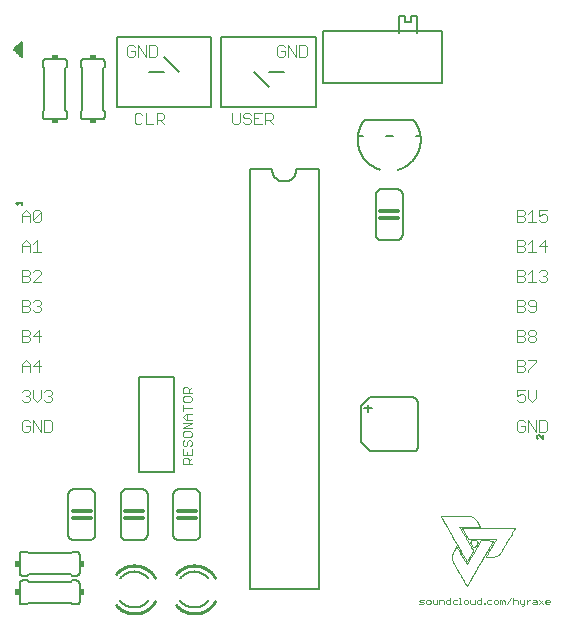
<source format=gto>
G75*
%MOIN*%
%OFA0B0*%
%FSLAX25Y25*%
%IPPOS*%
%LPD*%
%AMOC8*
5,1,8,0,0,1.08239X$1,22.5*
%
%ADD10C,0.00300*%
%ADD11C,0.00098*%
%ADD12C,0.00200*%
%ADD13C,0.00500*%
%ADD14C,0.00600*%
%ADD15C,0.01200*%
%ADD16C,0.01000*%
%ADD17R,0.01500X0.02000*%
%ADD18R,0.02000X0.01500*%
D10*
X0015067Y0064450D02*
X0016302Y0064450D01*
X0016919Y0065067D01*
X0016919Y0066302D01*
X0015684Y0066302D01*
X0014450Y0067536D02*
X0014450Y0065067D01*
X0015067Y0064450D01*
X0018133Y0064450D02*
X0018133Y0068153D01*
X0020602Y0064450D01*
X0020602Y0068153D01*
X0021816Y0068153D02*
X0023668Y0068153D01*
X0024285Y0067536D01*
X0024285Y0065067D01*
X0023668Y0064450D01*
X0021816Y0064450D01*
X0021816Y0068153D01*
X0016919Y0067536D02*
X0016302Y0068153D01*
X0015067Y0068153D01*
X0014450Y0067536D01*
X0015067Y0074450D02*
X0014450Y0075067D01*
X0015067Y0074450D02*
X0016302Y0074450D01*
X0016919Y0075067D01*
X0016919Y0075684D01*
X0016302Y0076302D01*
X0015684Y0076302D01*
X0016302Y0076302D02*
X0016919Y0076919D01*
X0016919Y0077536D01*
X0016302Y0078153D01*
X0015067Y0078153D01*
X0014450Y0077536D01*
X0018133Y0078153D02*
X0018133Y0075684D01*
X0019368Y0074450D01*
X0020602Y0075684D01*
X0020602Y0078153D01*
X0021816Y0077536D02*
X0022433Y0078153D01*
X0023668Y0078153D01*
X0024285Y0077536D01*
X0024285Y0076919D01*
X0023668Y0076302D01*
X0024285Y0075684D01*
X0024285Y0075067D01*
X0023668Y0074450D01*
X0022433Y0074450D01*
X0021816Y0075067D01*
X0023051Y0076302D02*
X0023668Y0076302D01*
X0019985Y0084450D02*
X0019985Y0088153D01*
X0018133Y0086302D01*
X0020602Y0086302D01*
X0016919Y0086302D02*
X0014450Y0086302D01*
X0014450Y0086919D02*
X0015684Y0088153D01*
X0016919Y0086919D01*
X0016919Y0084450D01*
X0014450Y0084450D02*
X0014450Y0086919D01*
X0014450Y0094450D02*
X0016302Y0094450D01*
X0016919Y0095067D01*
X0016919Y0095684D01*
X0016302Y0096302D01*
X0014450Y0096302D01*
X0014450Y0098153D02*
X0014450Y0094450D01*
X0016302Y0096302D02*
X0016919Y0096919D01*
X0016919Y0097536D01*
X0016302Y0098153D01*
X0014450Y0098153D01*
X0018133Y0096302D02*
X0020602Y0096302D01*
X0019985Y0098153D02*
X0019985Y0094450D01*
X0018133Y0096302D02*
X0019985Y0098153D01*
X0019985Y0104450D02*
X0018750Y0104450D01*
X0018133Y0105067D01*
X0016919Y0105067D02*
X0016302Y0104450D01*
X0014450Y0104450D01*
X0014450Y0108153D01*
X0016302Y0108153D01*
X0016919Y0107536D01*
X0016919Y0106919D01*
X0016302Y0106302D01*
X0014450Y0106302D01*
X0016302Y0106302D02*
X0016919Y0105684D01*
X0016919Y0105067D01*
X0019368Y0106302D02*
X0019985Y0106302D01*
X0020602Y0105684D01*
X0020602Y0105067D01*
X0019985Y0104450D01*
X0019985Y0106302D02*
X0020602Y0106919D01*
X0020602Y0107536D01*
X0019985Y0108153D01*
X0018750Y0108153D01*
X0018133Y0107536D01*
X0018133Y0114450D02*
X0020602Y0116919D01*
X0020602Y0117536D01*
X0019985Y0118153D01*
X0018750Y0118153D01*
X0018133Y0117536D01*
X0016919Y0117536D02*
X0016919Y0116919D01*
X0016302Y0116302D01*
X0014450Y0116302D01*
X0014450Y0118153D02*
X0014450Y0114450D01*
X0016302Y0114450D01*
X0016919Y0115067D01*
X0016919Y0115684D01*
X0016302Y0116302D01*
X0016919Y0117536D02*
X0016302Y0118153D01*
X0014450Y0118153D01*
X0018133Y0114450D02*
X0020602Y0114450D01*
X0020602Y0124450D02*
X0018133Y0124450D01*
X0016919Y0124450D02*
X0016919Y0126919D01*
X0015684Y0128153D01*
X0014450Y0126919D01*
X0014450Y0124450D01*
X0014450Y0126302D02*
X0016919Y0126302D01*
X0018133Y0126919D02*
X0019368Y0128153D01*
X0019368Y0124450D01*
X0019985Y0134450D02*
X0018750Y0134450D01*
X0018133Y0135067D01*
X0020602Y0137536D01*
X0020602Y0135067D01*
X0019985Y0134450D01*
X0018133Y0135067D02*
X0018133Y0137536D01*
X0018750Y0138153D01*
X0019985Y0138153D01*
X0020602Y0137536D01*
X0016919Y0136919D02*
X0016919Y0134450D01*
X0016919Y0136302D02*
X0014450Y0136302D01*
X0014450Y0136919D02*
X0014450Y0134450D01*
X0014450Y0136919D02*
X0015684Y0138153D01*
X0016919Y0136919D01*
X0051950Y0167567D02*
X0052567Y0166950D01*
X0053802Y0166950D01*
X0054419Y0167567D01*
X0055633Y0166950D02*
X0058102Y0166950D01*
X0059316Y0166950D02*
X0059316Y0170653D01*
X0061168Y0170653D01*
X0061785Y0170036D01*
X0061785Y0168802D01*
X0061168Y0168184D01*
X0059316Y0168184D01*
X0060551Y0168184D02*
X0061785Y0166950D01*
X0055633Y0166950D02*
X0055633Y0170653D01*
X0054419Y0170036D02*
X0053802Y0170653D01*
X0052567Y0170653D01*
X0051950Y0170036D01*
X0051950Y0167567D01*
X0051302Y0189450D02*
X0050067Y0189450D01*
X0049450Y0190067D01*
X0049450Y0192536D01*
X0050067Y0193153D01*
X0051302Y0193153D01*
X0051919Y0192536D01*
X0051919Y0191302D02*
X0050684Y0191302D01*
X0051919Y0191302D02*
X0051919Y0190067D01*
X0051302Y0189450D01*
X0053133Y0189450D02*
X0053133Y0193153D01*
X0055602Y0189450D01*
X0055602Y0193153D01*
X0056816Y0193153D02*
X0058668Y0193153D01*
X0059285Y0192536D01*
X0059285Y0190067D01*
X0058668Y0189450D01*
X0056816Y0189450D01*
X0056816Y0193153D01*
X0084450Y0170653D02*
X0084450Y0167567D01*
X0085067Y0166950D01*
X0086302Y0166950D01*
X0086919Y0167567D01*
X0086919Y0170653D01*
X0088133Y0170036D02*
X0088133Y0169419D01*
X0088750Y0168802D01*
X0089985Y0168802D01*
X0090602Y0168184D01*
X0090602Y0167567D01*
X0089985Y0166950D01*
X0088750Y0166950D01*
X0088133Y0167567D01*
X0088133Y0170036D02*
X0088750Y0170653D01*
X0089985Y0170653D01*
X0090602Y0170036D01*
X0091816Y0170653D02*
X0091816Y0166950D01*
X0094285Y0166950D01*
X0095499Y0166950D02*
X0095499Y0170653D01*
X0097351Y0170653D01*
X0097968Y0170036D01*
X0097968Y0168802D01*
X0097351Y0168184D01*
X0095499Y0168184D01*
X0096734Y0168184D02*
X0097968Y0166950D01*
X0094285Y0170653D02*
X0091816Y0170653D01*
X0091816Y0168802D02*
X0093051Y0168802D01*
X0100067Y0189450D02*
X0101302Y0189450D01*
X0101919Y0190067D01*
X0101919Y0191302D01*
X0100684Y0191302D01*
X0099450Y0192536D02*
X0099450Y0190067D01*
X0100067Y0189450D01*
X0103133Y0189450D02*
X0103133Y0193153D01*
X0105602Y0189450D01*
X0105602Y0193153D01*
X0106816Y0193153D02*
X0108668Y0193153D01*
X0109285Y0192536D01*
X0109285Y0190067D01*
X0108668Y0189450D01*
X0106816Y0189450D01*
X0106816Y0193153D01*
X0101919Y0192536D02*
X0101302Y0193153D01*
X0100067Y0193153D01*
X0099450Y0192536D01*
X0179450Y0138153D02*
X0179450Y0134450D01*
X0181302Y0134450D01*
X0181919Y0135067D01*
X0181919Y0135684D01*
X0181302Y0136302D01*
X0179450Y0136302D01*
X0179450Y0138153D02*
X0181302Y0138153D01*
X0181919Y0137536D01*
X0181919Y0136919D01*
X0181302Y0136302D01*
X0183133Y0136919D02*
X0184368Y0138153D01*
X0184368Y0134450D01*
X0185602Y0134450D02*
X0183133Y0134450D01*
X0186816Y0135067D02*
X0187433Y0134450D01*
X0188668Y0134450D01*
X0189285Y0135067D01*
X0189285Y0136302D01*
X0188668Y0136919D01*
X0188051Y0136919D01*
X0186816Y0136302D01*
X0186816Y0138153D01*
X0189285Y0138153D01*
X0188668Y0128153D02*
X0186816Y0126302D01*
X0189285Y0126302D01*
X0188668Y0128153D02*
X0188668Y0124450D01*
X0185602Y0124450D02*
X0183133Y0124450D01*
X0184368Y0124450D02*
X0184368Y0128153D01*
X0183133Y0126919D01*
X0181919Y0126919D02*
X0181302Y0126302D01*
X0179450Y0126302D01*
X0179450Y0128153D02*
X0179450Y0124450D01*
X0181302Y0124450D01*
X0181919Y0125067D01*
X0181919Y0125684D01*
X0181302Y0126302D01*
X0181919Y0126919D02*
X0181919Y0127536D01*
X0181302Y0128153D01*
X0179450Y0128153D01*
X0179450Y0118153D02*
X0181302Y0118153D01*
X0181919Y0117536D01*
X0181919Y0116919D01*
X0181302Y0116302D01*
X0179450Y0116302D01*
X0179450Y0118153D02*
X0179450Y0114450D01*
X0181302Y0114450D01*
X0181919Y0115067D01*
X0181919Y0115684D01*
X0181302Y0116302D01*
X0183133Y0116919D02*
X0184368Y0118153D01*
X0184368Y0114450D01*
X0185602Y0114450D02*
X0183133Y0114450D01*
X0186816Y0115067D02*
X0187433Y0114450D01*
X0188668Y0114450D01*
X0189285Y0115067D01*
X0189285Y0115684D01*
X0188668Y0116302D01*
X0188051Y0116302D01*
X0188668Y0116302D02*
X0189285Y0116919D01*
X0189285Y0117536D01*
X0188668Y0118153D01*
X0187433Y0118153D01*
X0186816Y0117536D01*
X0184985Y0108153D02*
X0183750Y0108153D01*
X0183133Y0107536D01*
X0183133Y0106919D01*
X0183750Y0106302D01*
X0185602Y0106302D01*
X0185602Y0107536D02*
X0184985Y0108153D01*
X0185602Y0107536D02*
X0185602Y0105067D01*
X0184985Y0104450D01*
X0183750Y0104450D01*
X0183133Y0105067D01*
X0181919Y0105067D02*
X0181302Y0104450D01*
X0179450Y0104450D01*
X0179450Y0108153D01*
X0181302Y0108153D01*
X0181919Y0107536D01*
X0181919Y0106919D01*
X0181302Y0106302D01*
X0179450Y0106302D01*
X0181302Y0106302D02*
X0181919Y0105684D01*
X0181919Y0105067D01*
X0181302Y0098153D02*
X0179450Y0098153D01*
X0179450Y0094450D01*
X0181302Y0094450D01*
X0181919Y0095067D01*
X0181919Y0095684D01*
X0181302Y0096302D01*
X0179450Y0096302D01*
X0181302Y0096302D02*
X0181919Y0096919D01*
X0181919Y0097536D01*
X0181302Y0098153D01*
X0183133Y0097536D02*
X0183133Y0096919D01*
X0183750Y0096302D01*
X0184985Y0096302D01*
X0185602Y0095684D01*
X0185602Y0095067D01*
X0184985Y0094450D01*
X0183750Y0094450D01*
X0183133Y0095067D01*
X0183133Y0095684D01*
X0183750Y0096302D01*
X0184985Y0096302D02*
X0185602Y0096919D01*
X0185602Y0097536D01*
X0184985Y0098153D01*
X0183750Y0098153D01*
X0183133Y0097536D01*
X0183133Y0088153D02*
X0185602Y0088153D01*
X0185602Y0087536D01*
X0183133Y0085067D01*
X0183133Y0084450D01*
X0181919Y0085067D02*
X0181302Y0084450D01*
X0179450Y0084450D01*
X0179450Y0088153D01*
X0181302Y0088153D01*
X0181919Y0087536D01*
X0181919Y0086919D01*
X0181302Y0086302D01*
X0179450Y0086302D01*
X0181302Y0086302D02*
X0181919Y0085684D01*
X0181919Y0085067D01*
X0181919Y0078153D02*
X0179450Y0078153D01*
X0179450Y0076302D01*
X0180684Y0076919D01*
X0181302Y0076919D01*
X0181919Y0076302D01*
X0181919Y0075067D01*
X0181302Y0074450D01*
X0180067Y0074450D01*
X0179450Y0075067D01*
X0183133Y0075684D02*
X0183133Y0078153D01*
X0183133Y0075684D02*
X0184368Y0074450D01*
X0185602Y0075684D01*
X0185602Y0078153D01*
X0185602Y0068153D02*
X0185602Y0064450D01*
X0183133Y0068153D01*
X0183133Y0064450D01*
X0181919Y0065067D02*
X0181919Y0066302D01*
X0180684Y0066302D01*
X0179450Y0067536D02*
X0179450Y0065067D01*
X0180067Y0064450D01*
X0181302Y0064450D01*
X0181919Y0065067D01*
X0181919Y0067536D02*
X0181302Y0068153D01*
X0180067Y0068153D01*
X0179450Y0067536D01*
X0186816Y0068153D02*
X0186816Y0064450D01*
X0188668Y0064450D01*
X0189285Y0065067D01*
X0189285Y0067536D01*
X0188668Y0068153D01*
X0186816Y0068153D01*
X0070961Y0068435D02*
X0069026Y0068435D01*
X0068059Y0069402D01*
X0069026Y0070370D01*
X0070961Y0070370D01*
X0069510Y0070370D02*
X0069510Y0068435D01*
X0070961Y0067423D02*
X0068059Y0067423D01*
X0068059Y0065488D02*
X0070961Y0067423D01*
X0070961Y0065488D02*
X0068059Y0065488D01*
X0068542Y0064477D02*
X0068059Y0063993D01*
X0068059Y0063025D01*
X0068542Y0062542D01*
X0070477Y0062542D01*
X0070961Y0063025D01*
X0070961Y0063993D01*
X0070477Y0064477D01*
X0068542Y0064477D01*
X0068542Y0061530D02*
X0068059Y0061046D01*
X0068059Y0060079D01*
X0068542Y0059595D01*
X0069026Y0059595D01*
X0069510Y0060079D01*
X0069510Y0061046D01*
X0069994Y0061530D01*
X0070477Y0061530D01*
X0070961Y0061046D01*
X0070961Y0060079D01*
X0070477Y0059595D01*
X0070961Y0058583D02*
X0070961Y0056648D01*
X0068059Y0056648D01*
X0068059Y0058583D01*
X0069510Y0057616D02*
X0069510Y0056648D01*
X0069510Y0055637D02*
X0069994Y0055153D01*
X0069994Y0053702D01*
X0070961Y0053702D02*
X0068059Y0053702D01*
X0068059Y0055153D01*
X0068542Y0055637D01*
X0069510Y0055637D01*
X0069994Y0054669D02*
X0070961Y0055637D01*
X0068059Y0071381D02*
X0068059Y0073316D01*
X0068059Y0072349D02*
X0070961Y0072349D01*
X0070477Y0074328D02*
X0068542Y0074328D01*
X0068059Y0074811D01*
X0068059Y0075779D01*
X0068542Y0076263D01*
X0070477Y0076263D01*
X0070961Y0075779D01*
X0070961Y0074811D01*
X0070477Y0074328D01*
X0069994Y0077274D02*
X0069994Y0078725D01*
X0069510Y0079209D01*
X0068542Y0079209D01*
X0068059Y0078725D01*
X0068059Y0077274D01*
X0070961Y0077274D01*
X0069994Y0078242D02*
X0070961Y0079209D01*
D11*
X0153945Y0036316D02*
X0153944Y0036296D01*
X0153955Y0036278D01*
X0153958Y0036275D01*
X0153962Y0036273D01*
X0153978Y0036254D01*
X0154009Y0036207D01*
X0154048Y0036141D01*
X0154081Y0036083D01*
X0154092Y0036064D01*
X0154103Y0036043D01*
X0154138Y0035981D01*
X0154186Y0035897D01*
X0154230Y0035822D01*
X0154255Y0035780D01*
X0154264Y0035767D01*
X0154273Y0035752D01*
X0154309Y0035684D01*
X0154328Y0035646D01*
X0154328Y0035629D01*
X0154335Y0035614D01*
X0154348Y0035606D01*
X0154359Y0035606D01*
X0154377Y0035588D01*
X0154395Y0035555D01*
X0154397Y0035547D01*
X0154400Y0035539D01*
X0154418Y0035502D01*
X0154460Y0035425D01*
X0154516Y0035326D01*
X0154564Y0035244D01*
X0154581Y0035217D01*
X0154597Y0035190D01*
X0154644Y0035108D01*
X0154696Y0035015D01*
X0154731Y0034947D01*
X0154744Y0034922D01*
X0154744Y0034909D01*
X0154752Y0034892D01*
X0154765Y0034883D01*
X0154775Y0034883D01*
X0154792Y0034863D01*
X0154809Y0034824D01*
X0154811Y0034814D01*
X0154814Y0034804D01*
X0154832Y0034765D01*
X0154850Y0034744D01*
X0154861Y0034744D01*
X0154876Y0034737D01*
X0154883Y0034722D01*
X0154883Y0034710D01*
X0154893Y0034690D01*
X0154920Y0034636D01*
X0154959Y0034562D01*
X0154996Y0034499D01*
X0155008Y0034478D01*
X0155021Y0034458D01*
X0155057Y0034396D01*
X0155097Y0034327D01*
X0155124Y0034279D01*
X0155133Y0034264D01*
X0155133Y0034253D01*
X0155143Y0034237D01*
X0155170Y0034189D01*
X0155209Y0034121D01*
X0155246Y0034062D01*
X0155258Y0034042D01*
X0155271Y0034021D01*
X0155307Y0033959D01*
X0155347Y0033886D01*
X0155374Y0033831D01*
X0155383Y0033810D01*
X0155383Y0033797D01*
X0155391Y0033781D01*
X0155404Y0033772D01*
X0155414Y0033772D01*
X0155431Y0033756D01*
X0155450Y0033724D01*
X0155453Y0033717D01*
X0155456Y0033706D01*
X0155495Y0033633D01*
X0155584Y0033473D01*
X0155694Y0033282D01*
X0155773Y0033149D01*
X0155800Y0033106D01*
X0155803Y0033100D01*
X0155817Y0033076D01*
X0155846Y0033024D01*
X0155883Y0032957D01*
X0155912Y0032902D01*
X0155922Y0032883D01*
X0155932Y0032865D01*
X0155962Y0032812D01*
X0156036Y0032681D01*
X0156142Y0032494D01*
X0156279Y0032256D01*
X0156442Y0031970D01*
X0156632Y0031640D01*
X0156844Y0031272D01*
X0157076Y0030868D01*
X0157327Y0030433D01*
X0157594Y0029970D01*
X0157874Y0029485D01*
X0158165Y0028980D01*
X0158466Y0028461D01*
X0158772Y0027930D01*
X0159083Y0027393D01*
X0159396Y0026853D01*
X0159707Y0026314D01*
X0160016Y0025780D01*
X0160320Y0025256D01*
X0160616Y0024745D01*
X0160902Y0024252D01*
X0161176Y0023780D01*
X0161435Y0023334D01*
X0161677Y0022917D01*
X0161899Y0022534D01*
X0162100Y0022189D01*
X0162277Y0021886D01*
X0162427Y0021628D01*
X0162548Y0021421D01*
X0162639Y0021267D01*
X0162696Y0021172D01*
X0162710Y0021141D01*
X0162717Y0021139D01*
X0162721Y0021138D01*
X0162737Y0021140D01*
X0162744Y0021154D01*
X0162744Y0021166D01*
X0162757Y0021190D01*
X0162792Y0021257D01*
X0162843Y0021350D01*
X0162890Y0021431D01*
X0162906Y0021458D01*
X0162924Y0021489D01*
X0162978Y0021582D01*
X0163065Y0021730D01*
X0163161Y0021892D01*
X0163258Y0022060D01*
X0163352Y0022221D01*
X0163437Y0022367D01*
X0163506Y0022486D01*
X0163541Y0022549D01*
X0163553Y0022569D01*
X0163572Y0022603D01*
X0163628Y0022702D01*
X0163731Y0022881D01*
X0163858Y0023100D01*
X0163969Y0023290D01*
X0164006Y0023353D01*
X0164023Y0023383D01*
X0164076Y0023475D01*
X0164135Y0023578D01*
X0164174Y0023649D01*
X0164189Y0023671D01*
X0164189Y0023684D01*
X0164201Y0023701D01*
X0164232Y0023756D01*
X0164279Y0023836D01*
X0164322Y0023907D01*
X0164336Y0023931D01*
X0164354Y0023960D01*
X0164406Y0024047D01*
X0164487Y0024186D01*
X0164570Y0024329D01*
X0164626Y0024426D01*
X0164644Y0024458D01*
X0164656Y0024480D01*
X0164691Y0024544D01*
X0164726Y0024611D01*
X0164752Y0024665D01*
X0164769Y0024706D01*
X0164779Y0024738D01*
X0164781Y0024763D01*
X0164778Y0024785D01*
X0164772Y0024801D01*
X0164769Y0024806D01*
X0164766Y0024812D01*
X0164754Y0024832D01*
X0164716Y0024898D01*
X0164657Y0025000D01*
X0164578Y0025138D01*
X0164479Y0025309D01*
X0164363Y0025510D01*
X0164230Y0025741D01*
X0164082Y0025998D01*
X0163919Y0026281D01*
X0163743Y0026586D01*
X0163555Y0026911D01*
X0163356Y0027256D01*
X0163147Y0027617D01*
X0162930Y0027993D01*
X0162706Y0028382D01*
X0162533Y0028681D01*
X0162475Y0028781D01*
X0162417Y0028880D01*
X0162245Y0029179D01*
X0162021Y0029567D01*
X0161806Y0029942D01*
X0161598Y0030301D01*
X0161401Y0030644D01*
X0161215Y0030967D01*
X0161041Y0031269D01*
X0160880Y0031548D01*
X0160734Y0031802D01*
X0160604Y0032029D01*
X0160490Y0032226D01*
X0160395Y0032393D01*
X0160319Y0032526D01*
X0160263Y0032624D01*
X0160228Y0032684D01*
X0160217Y0032700D01*
X0160217Y0032706D01*
X0160287Y0032708D01*
X0160487Y0032710D01*
X0160805Y0032712D01*
X0161225Y0032713D01*
X0161733Y0032715D01*
X0162315Y0032716D01*
X0162958Y0032716D01*
X0163475Y0032717D01*
X0163821Y0032717D01*
X0164343Y0032717D01*
X0164989Y0032719D01*
X0165572Y0032721D01*
X0166079Y0032724D01*
X0166496Y0032728D01*
X0166810Y0032732D01*
X0167009Y0032737D01*
X0167078Y0032740D01*
X0167078Y0032750D01*
X0167063Y0032777D01*
X0167035Y0032822D01*
X0167028Y0032831D01*
X0167021Y0032840D01*
X0166979Y0032905D01*
X0166883Y0033057D01*
X0166754Y0033266D01*
X0166643Y0033448D01*
X0166606Y0033508D01*
X0166516Y0033655D01*
X0166244Y0034094D01*
X0165932Y0034580D01*
X0165660Y0034976D01*
X0165419Y0035296D01*
X0165199Y0035548D01*
X0164991Y0035746D01*
X0164787Y0035900D01*
X0164632Y0035995D01*
X0164578Y0036022D01*
X0164547Y0036038D01*
X0164451Y0036082D01*
X0164322Y0036130D01*
X0164173Y0036168D01*
X0163987Y0036198D01*
X0163748Y0036223D01*
X0163437Y0036245D01*
X0163039Y0036266D01*
X0162662Y0036284D01*
X0162536Y0036289D01*
X0162455Y0036292D01*
X0162210Y0036301D01*
X0161850Y0036312D01*
X0161434Y0036320D01*
X0160939Y0036326D01*
X0160342Y0036331D01*
X0159622Y0036335D01*
X0158756Y0036337D01*
X0157981Y0036339D01*
X0157722Y0036339D01*
X0157527Y0036339D01*
X0156941Y0036340D01*
X0156224Y0036339D01*
X0155583Y0036338D01*
X0155029Y0036335D01*
X0154577Y0036332D01*
X0154237Y0036329D01*
X0154023Y0036324D01*
X0153949Y0036323D01*
X0153947Y0036319D01*
X0153945Y0036316D01*
X0161133Y0032231D02*
X0161133Y0032223D01*
X0161149Y0032199D01*
X0161191Y0032122D01*
X0161254Y0032011D01*
X0161311Y0031911D01*
X0161331Y0031878D01*
X0161351Y0031842D01*
X0161413Y0031735D01*
X0161491Y0031600D01*
X0161557Y0031487D01*
X0161590Y0031428D01*
X0161600Y0031411D01*
X0161625Y0031367D01*
X0161700Y0031235D01*
X0161835Y0031000D01*
X0161984Y0030741D01*
X0162092Y0030556D01*
X0162128Y0030494D01*
X0162187Y0030392D01*
X0162367Y0030084D01*
X0162546Y0029774D01*
X0162682Y0029539D01*
X0162760Y0029402D01*
X0162786Y0029356D01*
X0162804Y0029323D01*
X0162923Y0029116D01*
X0163047Y0028904D01*
X0163067Y0028869D01*
X0163211Y0028619D01*
X0168027Y0028619D01*
X0168718Y0028619D01*
X0169578Y0028618D01*
X0170357Y0028616D01*
X0171036Y0028614D01*
X0171597Y0028611D01*
X0172021Y0028608D01*
X0172290Y0028604D01*
X0172383Y0028601D01*
X0172383Y0028584D01*
X0172347Y0028534D01*
X0172246Y0028355D01*
X0172088Y0028077D01*
X0171882Y0027718D01*
X0171638Y0027292D01*
X0171364Y0026816D01*
X0171071Y0026305D01*
X0170766Y0025775D01*
X0170459Y0025242D01*
X0170159Y0024721D01*
X0169875Y0024229D01*
X0169617Y0023781D01*
X0169392Y0023393D01*
X0169212Y0023081D01*
X0169083Y0022860D01*
X0169034Y0022775D01*
X0169017Y0022747D01*
X0168958Y0022656D01*
X0169692Y0022672D01*
X0169828Y0022675D01*
X0170236Y0022686D01*
X0170721Y0022703D01*
X0171151Y0022725D01*
X0171531Y0022752D01*
X0171865Y0022787D01*
X0172159Y0022831D01*
X0172417Y0022886D01*
X0172645Y0022954D01*
X0172846Y0023037D01*
X0173026Y0023135D01*
X0173189Y0023252D01*
X0173340Y0023388D01*
X0173485Y0023545D01*
X0173627Y0023725D01*
X0173772Y0023930D01*
X0173887Y0024103D01*
X0173925Y0024161D01*
X0173970Y0024232D01*
X0174106Y0024443D01*
X0174271Y0024700D01*
X0174424Y0024941D01*
X0174571Y0025174D01*
X0174717Y0025409D01*
X0174867Y0025655D01*
X0175026Y0025919D01*
X0175200Y0026210D01*
X0175393Y0026538D01*
X0175611Y0026911D01*
X0175859Y0027337D01*
X0176143Y0027826D01*
X0176466Y0028385D01*
X0176835Y0029025D01*
X0177255Y0029753D01*
X0177612Y0030371D01*
X0177731Y0030578D01*
X0177774Y0030653D01*
X0177903Y0030877D01*
X0178066Y0031159D01*
X0178216Y0031417D01*
X0178349Y0031644D01*
X0178461Y0031834D01*
X0178549Y0031982D01*
X0178608Y0032080D01*
X0178629Y0032114D01*
X0178636Y0032122D01*
X0178648Y0032136D01*
X0178680Y0032181D01*
X0178682Y0032219D01*
X0178638Y0032241D01*
X0178568Y0032249D01*
X0178544Y0032250D01*
X0178521Y0032251D01*
X0178450Y0032252D01*
X0178276Y0032253D01*
X0178022Y0032254D01*
X0177690Y0032255D01*
X0177279Y0032255D01*
X0176792Y0032256D01*
X0176229Y0032256D01*
X0174876Y0032256D01*
X0174089Y0032256D01*
X0173229Y0032255D01*
X0172297Y0032255D01*
X0171293Y0032254D01*
X0170219Y0032253D01*
X0169076Y0032252D01*
X0168167Y0032250D01*
X0167864Y0032250D01*
X0167692Y0032250D01*
X0167178Y0032249D01*
X0166512Y0032249D01*
X0165868Y0032248D01*
X0165250Y0032247D01*
X0164662Y0032246D01*
X0164107Y0032245D01*
X0163589Y0032244D01*
X0163110Y0032242D01*
X0162675Y0032241D01*
X0162287Y0032240D01*
X0161949Y0032238D01*
X0161664Y0032237D01*
X0161437Y0032235D01*
X0161271Y0032234D01*
X0161168Y0032232D01*
X0161133Y0032231D01*
X0164236Y0028161D02*
X0164128Y0028044D01*
X0164102Y0028016D01*
X0164035Y0027922D01*
X0163947Y0027771D01*
X0163881Y0027627D01*
X0163856Y0027548D01*
X0163856Y0027502D01*
X0163889Y0027439D01*
X0163980Y0027261D01*
X0164114Y0027016D01*
X0164135Y0026980D02*
X0164275Y0026730D01*
X0164278Y0026728D02*
X0164317Y0026660D01*
X0164435Y0026455D01*
X0164553Y0026255D01*
X0164644Y0026116D01*
X0164720Y0026027D01*
X0164792Y0025978D01*
X0164873Y0025958D01*
X0164973Y0025955D01*
X0165072Y0025958D01*
X0165106Y0025958D01*
X0165136Y0025959D01*
X0165226Y0025961D01*
X0165319Y0025969D01*
X0165395Y0025993D01*
X0165464Y0026043D01*
X0165538Y0026131D01*
X0165626Y0026265D01*
X0165741Y0026458D01*
X0165854Y0026654D01*
X0165892Y0026719D01*
X0165921Y0026770D01*
X0166010Y0026923D01*
X0166103Y0027086D01*
X0166174Y0027214D01*
X0166225Y0027313D01*
X0166260Y0027386D01*
X0166279Y0027440D01*
X0166287Y0027479D01*
X0166288Y0027501D01*
X0166286Y0027508D01*
X0166280Y0027541D01*
X0166246Y0027637D01*
X0166177Y0027787D01*
X0166091Y0027931D01*
X0166027Y0028019D01*
X0166003Y0028044D01*
X0165892Y0028161D01*
X0164236Y0028161D01*
X0167283Y0028133D02*
X0164992Y0024161D01*
X0164933Y0024060D01*
X0164758Y0023757D01*
X0164532Y0023364D01*
X0164313Y0022984D01*
X0164102Y0022620D01*
X0163902Y0022273D01*
X0163712Y0021946D01*
X0163535Y0021640D01*
X0163371Y0021357D01*
X0163223Y0021101D01*
X0163089Y0020871D01*
X0162973Y0020672D01*
X0162875Y0020504D01*
X0162797Y0020369D01*
X0162739Y0020271D01*
X0162702Y0020210D01*
X0162691Y0020190D01*
X0162689Y0020189D01*
X0162682Y0020189D01*
X0162660Y0020235D01*
X0162582Y0020367D01*
X0162460Y0020576D01*
X0162299Y0020851D01*
X0162104Y0021185D01*
X0161882Y0021567D01*
X0161637Y0021989D01*
X0161376Y0022440D01*
X0161102Y0022912D01*
X0160823Y0023395D01*
X0160542Y0023880D01*
X0160266Y0024357D01*
X0160000Y0024818D01*
X0159750Y0025252D01*
X0159520Y0025651D01*
X0159367Y0025917D01*
X0159317Y0026006D01*
X0159236Y0026144D01*
X0159169Y0026006D01*
X0159160Y0025987D01*
X0159116Y0025905D01*
X0159024Y0025734D01*
X0158905Y0025515D01*
X0158806Y0025333D01*
X0158772Y0025272D01*
X0158695Y0025131D01*
X0158466Y0024705D01*
X0158216Y0024221D01*
X0158018Y0023809D01*
X0157866Y0023458D01*
X0157756Y0023155D01*
X0157683Y0022889D01*
X0157643Y0022648D01*
X0157631Y0022479D01*
X0157631Y0022422D01*
X0157631Y0022379D01*
X0157636Y0022251D01*
X0157654Y0022092D01*
X0157693Y0021926D01*
X0157759Y0021735D01*
X0157861Y0021500D01*
X0158006Y0021202D01*
X0158201Y0020822D01*
X0158389Y0020462D01*
X0158453Y0020342D01*
X0158479Y0020291D01*
X0158559Y0020141D01*
X0158657Y0019958D01*
X0158748Y0019787D01*
X0158836Y0019623D01*
X0158925Y0019459D01*
X0159019Y0019290D01*
X0159120Y0019108D01*
X0159232Y0018909D01*
X0159358Y0018686D01*
X0159502Y0018433D01*
X0159668Y0018144D01*
X0159858Y0017813D01*
X0160076Y0017434D01*
X0160326Y0017000D01*
X0160610Y0016507D01*
X0160853Y0016087D01*
X0160933Y0015947D01*
X0161020Y0015796D01*
X0161282Y0015343D01*
X0161608Y0014779D01*
X0161905Y0014268D01*
X0162165Y0013822D01*
X0162380Y0013454D01*
X0162545Y0013176D01*
X0162651Y0013000D01*
X0162681Y0012939D01*
X0162696Y0012939D01*
X0162709Y0012946D01*
X0162717Y0012959D01*
X0162717Y0012971D01*
X0162726Y0012991D01*
X0162753Y0013045D01*
X0162793Y0013118D01*
X0162829Y0013182D01*
X0162842Y0013203D01*
X0162859Y0013232D01*
X0162929Y0013353D01*
X0163075Y0013604D01*
X0163258Y0013920D01*
X0163408Y0014180D01*
X0163458Y0014267D01*
X0163500Y0014340D01*
X0163625Y0014558D01*
X0163758Y0014790D01*
X0163862Y0014970D01*
X0163941Y0015106D01*
X0163999Y0015206D01*
X0164042Y0015278D01*
X0164074Y0015330D01*
X0164094Y0015360D01*
X0164100Y0015369D01*
X0164104Y0015377D01*
X0164128Y0015421D01*
X0164150Y0015461D01*
X0164153Y0015467D01*
X0164155Y0015472D01*
X0164177Y0015510D01*
X0164226Y0015597D01*
X0164295Y0015716D01*
X0164355Y0015819D01*
X0164375Y0015853D01*
X0164395Y0015886D01*
X0164454Y0015986D01*
X0164518Y0016097D01*
X0164562Y0016174D01*
X0164578Y0016198D01*
X0164578Y0016210D01*
X0164585Y0016223D01*
X0164607Y0016261D01*
X0164637Y0016312D01*
X0164666Y0016357D01*
X0164675Y0016372D01*
X0164682Y0016383D01*
X0164702Y0016418D01*
X0164763Y0016520D01*
X0164855Y0016677D01*
X0164976Y0016886D01*
X0165125Y0017142D01*
X0165300Y0017444D01*
X0165499Y0017788D01*
X0165721Y0018171D01*
X0165964Y0018590D01*
X0166225Y0019043D01*
X0166504Y0019525D01*
X0166798Y0020034D01*
X0167106Y0020568D01*
X0167426Y0021122D01*
X0167756Y0021694D01*
X0168010Y0022134D01*
X0168094Y0022281D01*
X0168179Y0022427D01*
X0168433Y0022867D01*
X0168762Y0023438D01*
X0169081Y0023989D01*
X0169387Y0024518D01*
X0169678Y0025022D01*
X0169953Y0025498D01*
X0170210Y0025942D01*
X0170448Y0026353D01*
X0170665Y0026727D01*
X0170858Y0027061D01*
X0171027Y0027352D01*
X0171170Y0027597D01*
X0171284Y0027794D01*
X0171369Y0027939D01*
X0171422Y0028029D01*
X0171438Y0028058D01*
X0171442Y0028061D01*
X0171445Y0028065D01*
X0171459Y0028088D01*
X0171467Y0028105D01*
X0171467Y0028112D01*
X0171424Y0028115D01*
X0171302Y0028119D01*
X0171108Y0028123D01*
X0170852Y0028127D01*
X0170542Y0028129D01*
X0170187Y0028131D01*
X0169795Y0028133D01*
X0169480Y0028133D01*
X0167283Y0028133D01*
D12*
X0167520Y0009102D02*
X0167520Y0006900D01*
X0166419Y0006900D01*
X0166052Y0007267D01*
X0166052Y0008001D01*
X0166419Y0008368D01*
X0167520Y0008368D01*
X0168262Y0007267D02*
X0168629Y0007267D01*
X0168629Y0006900D01*
X0168262Y0006900D01*
X0168262Y0007267D01*
X0169367Y0007267D02*
X0169734Y0006900D01*
X0170835Y0006900D01*
X0171577Y0007267D02*
X0171944Y0006900D01*
X0172678Y0006900D01*
X0173045Y0007267D01*
X0173045Y0008001D01*
X0172678Y0008368D01*
X0171944Y0008368D01*
X0171577Y0008001D01*
X0171577Y0007267D01*
X0170835Y0008368D02*
X0169734Y0008368D01*
X0169367Y0008001D01*
X0169367Y0007267D01*
X0165310Y0006900D02*
X0165310Y0008368D01*
X0163842Y0008368D02*
X0163842Y0007267D01*
X0164209Y0006900D01*
X0165310Y0006900D01*
X0163100Y0007267D02*
X0163100Y0008001D01*
X0162733Y0008368D01*
X0162000Y0008368D01*
X0161633Y0008001D01*
X0161633Y0007267D01*
X0162000Y0006900D01*
X0162733Y0006900D01*
X0163100Y0007267D01*
X0160893Y0006900D02*
X0160159Y0006900D01*
X0160526Y0006900D02*
X0160526Y0009102D01*
X0160159Y0009102D01*
X0159417Y0008368D02*
X0158316Y0008368D01*
X0157949Y0008001D01*
X0157949Y0007267D01*
X0158316Y0006900D01*
X0159417Y0006900D01*
X0157207Y0006900D02*
X0157207Y0009102D01*
X0157207Y0008368D02*
X0156106Y0008368D01*
X0155740Y0008001D01*
X0155740Y0007267D01*
X0156106Y0006900D01*
X0157207Y0006900D01*
X0154998Y0006900D02*
X0154998Y0008001D01*
X0154631Y0008368D01*
X0153530Y0008368D01*
X0153530Y0006900D01*
X0152788Y0006900D02*
X0152788Y0008368D01*
X0152788Y0006900D02*
X0151687Y0006900D01*
X0151320Y0007267D01*
X0151320Y0008368D01*
X0150578Y0008001D02*
X0150211Y0008368D01*
X0149477Y0008368D01*
X0149110Y0008001D01*
X0149110Y0007267D01*
X0149477Y0006900D01*
X0150211Y0006900D01*
X0150578Y0007267D01*
X0150578Y0008001D01*
X0148368Y0008368D02*
X0147267Y0008368D01*
X0146900Y0008001D01*
X0147267Y0007634D01*
X0148001Y0007634D01*
X0148368Y0007267D01*
X0148001Y0006900D01*
X0146900Y0006900D01*
X0173787Y0006900D02*
X0173787Y0008368D01*
X0174154Y0008368D01*
X0174521Y0008001D01*
X0174888Y0008368D01*
X0175255Y0008001D01*
X0175255Y0006900D01*
X0174521Y0006900D02*
X0174521Y0008001D01*
X0175997Y0006900D02*
X0177465Y0009102D01*
X0178207Y0009102D02*
X0178207Y0006900D01*
X0178207Y0008001D02*
X0178574Y0008368D01*
X0179308Y0008368D01*
X0179675Y0008001D01*
X0179675Y0006900D01*
X0180416Y0007267D02*
X0180416Y0008368D01*
X0180416Y0007267D02*
X0180783Y0006900D01*
X0181884Y0006900D01*
X0181884Y0006533D02*
X0181517Y0006166D01*
X0181150Y0006166D01*
X0181884Y0006533D02*
X0181884Y0008368D01*
X0182626Y0008368D02*
X0182626Y0006900D01*
X0182626Y0007634D02*
X0183360Y0008368D01*
X0183727Y0008368D01*
X0184835Y0008368D02*
X0185569Y0008368D01*
X0185936Y0008001D01*
X0185936Y0006900D01*
X0184835Y0006900D01*
X0184468Y0007267D01*
X0184835Y0007634D01*
X0185936Y0007634D01*
X0186678Y0008368D02*
X0188146Y0006900D01*
X0188888Y0007267D02*
X0188888Y0008001D01*
X0189255Y0008368D01*
X0189989Y0008368D01*
X0190356Y0008001D01*
X0190356Y0007634D01*
X0188888Y0007634D01*
X0188888Y0007267D02*
X0189255Y0006900D01*
X0189989Y0006900D01*
X0188146Y0008368D02*
X0186678Y0006900D01*
D13*
X0186465Y0062050D02*
X0186148Y0062367D01*
X0186148Y0063001D01*
X0186465Y0063318D01*
X0186782Y0063318D01*
X0188050Y0062050D01*
X0188050Y0063318D01*
X0147252Y0162800D02*
X0145673Y0162800D01*
X0145046Y0168300D02*
X0128554Y0168300D01*
X0127927Y0162800D02*
X0126348Y0162800D01*
X0135673Y0162800D02*
X0137927Y0162800D01*
X0145046Y0168300D02*
X0145199Y0168101D01*
X0145347Y0167899D01*
X0145490Y0167694D01*
X0145628Y0167485D01*
X0145761Y0167273D01*
X0145889Y0167058D01*
X0146011Y0166840D01*
X0146129Y0166619D01*
X0146241Y0166395D01*
X0146348Y0166169D01*
X0146449Y0165940D01*
X0146545Y0165709D01*
X0146636Y0165475D01*
X0146721Y0165240D01*
X0146800Y0165002D01*
X0146873Y0164763D01*
X0146941Y0164522D01*
X0147003Y0164280D01*
X0147059Y0164036D01*
X0147110Y0163790D01*
X0147154Y0163544D01*
X0147193Y0163297D01*
X0147225Y0163049D01*
X0147252Y0162800D01*
X0133704Y0151767D02*
X0133462Y0151845D01*
X0133222Y0151929D01*
X0132984Y0152018D01*
X0132748Y0152114D01*
X0132514Y0152215D01*
X0132283Y0152321D01*
X0132055Y0152434D01*
X0131829Y0152551D01*
X0131606Y0152674D01*
X0131387Y0152803D01*
X0131170Y0152937D01*
X0130957Y0153076D01*
X0130747Y0153220D01*
X0130541Y0153369D01*
X0130339Y0153523D01*
X0130140Y0153682D01*
X0129945Y0153846D01*
X0129754Y0154015D01*
X0129568Y0154188D01*
X0129385Y0154365D01*
X0129207Y0154547D01*
X0129034Y0154733D01*
X0128865Y0154924D01*
X0128701Y0155118D01*
X0128541Y0155316D01*
X0128386Y0155518D01*
X0128237Y0155724D01*
X0128092Y0155933D01*
X0127952Y0156146D01*
X0127818Y0156362D01*
X0127689Y0156582D01*
X0127565Y0156804D01*
X0127446Y0157029D01*
X0127334Y0157257D01*
X0127226Y0157488D01*
X0127125Y0157721D01*
X0127029Y0157957D01*
X0126938Y0158195D01*
X0126854Y0158435D01*
X0126775Y0158677D01*
X0126702Y0158921D01*
X0126636Y0159167D01*
X0126575Y0159414D01*
X0126520Y0159662D01*
X0126471Y0159912D01*
X0126428Y0160163D01*
X0126392Y0160415D01*
X0126361Y0160667D01*
X0126337Y0160921D01*
X0126319Y0161174D01*
X0126307Y0161429D01*
X0126301Y0161683D01*
X0126301Y0161938D01*
X0126307Y0162192D01*
X0126320Y0162446D01*
X0126339Y0162700D01*
X0126364Y0162953D01*
X0126395Y0163206D01*
X0126432Y0163458D01*
X0126475Y0163708D01*
X0126524Y0163958D01*
X0126579Y0164207D01*
X0126641Y0164454D01*
X0126708Y0164699D01*
X0126781Y0164943D01*
X0126860Y0165185D01*
X0126945Y0165424D01*
X0127036Y0165662D01*
X0127133Y0165898D01*
X0127235Y0166131D01*
X0127343Y0166361D01*
X0127456Y0166589D01*
X0127575Y0166814D01*
X0127699Y0167036D01*
X0127828Y0167255D01*
X0127963Y0167471D01*
X0128103Y0167684D01*
X0128249Y0167893D01*
X0128399Y0168098D01*
X0128554Y0168300D01*
X0147252Y0162800D02*
X0147274Y0162545D01*
X0147289Y0162289D01*
X0147297Y0162033D01*
X0147300Y0161776D01*
X0147296Y0161520D01*
X0147286Y0161264D01*
X0147270Y0161008D01*
X0147248Y0160753D01*
X0147219Y0160498D01*
X0147184Y0160244D01*
X0147143Y0159991D01*
X0147096Y0159739D01*
X0147042Y0159489D01*
X0146983Y0159240D01*
X0146917Y0158992D01*
X0146846Y0158746D01*
X0146768Y0158501D01*
X0146685Y0158259D01*
X0146596Y0158019D01*
X0146500Y0157781D01*
X0146399Y0157545D01*
X0146293Y0157312D01*
X0146180Y0157082D01*
X0146062Y0156854D01*
X0145939Y0156630D01*
X0145810Y0156408D01*
X0145676Y0156190D01*
X0145536Y0155975D01*
X0145391Y0155764D01*
X0145241Y0155556D01*
X0145087Y0155352D01*
X0144927Y0155151D01*
X0144762Y0154955D01*
X0144593Y0154763D01*
X0144418Y0154574D01*
X0144240Y0154391D01*
X0144057Y0154211D01*
X0143869Y0154036D01*
X0143678Y0153866D01*
X0143482Y0153701D01*
X0143282Y0153540D01*
X0143079Y0153384D01*
X0142872Y0153234D01*
X0142661Y0153088D01*
X0142446Y0152947D01*
X0142229Y0152812D01*
X0142008Y0152682D01*
X0141784Y0152558D01*
X0141557Y0152439D01*
X0141327Y0152326D01*
X0141094Y0152218D01*
X0140859Y0152116D01*
X0140621Y0152020D01*
X0140382Y0151930D01*
X0140140Y0151845D01*
X0139896Y0151767D01*
X0112391Y0172489D02*
X0080894Y0172489D01*
X0080894Y0196111D01*
X0112391Y0196111D01*
X0112391Y0172489D01*
X0114615Y0180639D02*
X0154379Y0180639D01*
X0154379Y0197961D01*
X0114615Y0197961D01*
X0114615Y0180639D01*
X0101643Y0184300D02*
X0096643Y0184300D01*
X0091643Y0184300D02*
X0096643Y0179300D01*
X0077548Y0172489D02*
X0046052Y0172489D01*
X0046052Y0196111D01*
X0077548Y0196111D01*
X0077548Y0172489D01*
X0066800Y0184300D02*
X0061800Y0189300D01*
X0061800Y0184300D02*
X0056800Y0184300D01*
X0014300Y0189300D02*
X0011800Y0191800D01*
X0014300Y0194300D01*
X0014300Y0189300D01*
X0014300Y0189739D02*
X0013861Y0189739D01*
X0014300Y0190237D02*
X0013363Y0190237D01*
X0012864Y0190736D02*
X0014300Y0190736D01*
X0014300Y0191234D02*
X0012366Y0191234D01*
X0011867Y0191733D02*
X0014300Y0191733D01*
X0014300Y0192231D02*
X0012231Y0192231D01*
X0012730Y0192730D02*
X0014300Y0192730D01*
X0014300Y0193228D02*
X0013228Y0193228D01*
X0013727Y0193727D02*
X0014300Y0193727D01*
X0014300Y0194225D02*
X0014225Y0194225D01*
X0014450Y0141108D02*
X0014450Y0139840D01*
X0014450Y0140474D02*
X0012548Y0140474D01*
X0013182Y0139840D01*
X0053394Y0082548D02*
X0065206Y0082548D01*
X0065206Y0051052D01*
X0053394Y0051052D01*
X0053394Y0082548D01*
X0140206Y0197174D02*
X0140206Y0203080D01*
X0142174Y0203080D01*
X0142174Y0201111D01*
X0144143Y0201111D01*
X0144143Y0203080D01*
X0146111Y0203080D01*
X0146111Y0197174D01*
D14*
X0013611Y0013816D02*
X0013611Y0007816D01*
X0013613Y0007756D01*
X0013618Y0007695D01*
X0013627Y0007636D01*
X0013640Y0007577D01*
X0013656Y0007518D01*
X0013676Y0007461D01*
X0013699Y0007406D01*
X0013726Y0007351D01*
X0013755Y0007299D01*
X0013788Y0007248D01*
X0013824Y0007199D01*
X0013862Y0007153D01*
X0013904Y0007109D01*
X0013948Y0007067D01*
X0013994Y0007029D01*
X0014043Y0006993D01*
X0014094Y0006960D01*
X0014146Y0006931D01*
X0014201Y0006904D01*
X0014256Y0006881D01*
X0014313Y0006861D01*
X0014372Y0006845D01*
X0014431Y0006832D01*
X0014490Y0006823D01*
X0014551Y0006818D01*
X0014611Y0006816D01*
X0016111Y0006816D01*
X0016611Y0007316D01*
X0030611Y0007316D01*
X0031111Y0006816D01*
X0032611Y0006816D01*
X0032671Y0006818D01*
X0032732Y0006823D01*
X0032791Y0006832D01*
X0032850Y0006845D01*
X0032909Y0006861D01*
X0032966Y0006881D01*
X0033021Y0006904D01*
X0033076Y0006931D01*
X0033128Y0006960D01*
X0033179Y0006993D01*
X0033228Y0007029D01*
X0033274Y0007067D01*
X0033318Y0007109D01*
X0033360Y0007153D01*
X0033398Y0007199D01*
X0033434Y0007248D01*
X0033467Y0007299D01*
X0033496Y0007351D01*
X0033523Y0007406D01*
X0033546Y0007461D01*
X0033566Y0007518D01*
X0033582Y0007577D01*
X0033595Y0007636D01*
X0033604Y0007695D01*
X0033609Y0007756D01*
X0033611Y0007816D01*
X0033611Y0013816D01*
X0033609Y0013876D01*
X0033604Y0013937D01*
X0033595Y0013996D01*
X0033582Y0014055D01*
X0033566Y0014114D01*
X0033546Y0014171D01*
X0033523Y0014226D01*
X0033496Y0014281D01*
X0033467Y0014333D01*
X0033434Y0014384D01*
X0033398Y0014433D01*
X0033360Y0014479D01*
X0033318Y0014523D01*
X0033274Y0014565D01*
X0033228Y0014603D01*
X0033179Y0014639D01*
X0033128Y0014672D01*
X0033076Y0014701D01*
X0033021Y0014728D01*
X0032966Y0014751D01*
X0032909Y0014771D01*
X0032850Y0014787D01*
X0032791Y0014800D01*
X0032732Y0014809D01*
X0032671Y0014814D01*
X0032611Y0014816D01*
X0031111Y0014816D01*
X0030611Y0014316D01*
X0016611Y0014316D01*
X0016111Y0014816D01*
X0014611Y0014816D01*
X0014551Y0014814D01*
X0014490Y0014809D01*
X0014431Y0014800D01*
X0014372Y0014787D01*
X0014313Y0014771D01*
X0014256Y0014751D01*
X0014201Y0014728D01*
X0014146Y0014701D01*
X0014094Y0014672D01*
X0014043Y0014639D01*
X0013994Y0014603D01*
X0013948Y0014565D01*
X0013904Y0014523D01*
X0013862Y0014479D01*
X0013824Y0014433D01*
X0013788Y0014384D01*
X0013755Y0014333D01*
X0013726Y0014281D01*
X0013699Y0014226D01*
X0013676Y0014171D01*
X0013656Y0014114D01*
X0013640Y0014055D01*
X0013627Y0013996D01*
X0013618Y0013937D01*
X0013613Y0013876D01*
X0013611Y0013816D01*
X0014611Y0016461D02*
X0016111Y0016461D01*
X0016611Y0016961D01*
X0030611Y0016961D01*
X0031111Y0016461D01*
X0032611Y0016461D01*
X0032671Y0016463D01*
X0032732Y0016468D01*
X0032791Y0016477D01*
X0032850Y0016490D01*
X0032909Y0016506D01*
X0032966Y0016526D01*
X0033021Y0016549D01*
X0033076Y0016576D01*
X0033128Y0016605D01*
X0033179Y0016638D01*
X0033228Y0016674D01*
X0033274Y0016712D01*
X0033318Y0016754D01*
X0033360Y0016798D01*
X0033398Y0016844D01*
X0033434Y0016893D01*
X0033467Y0016944D01*
X0033496Y0016996D01*
X0033523Y0017051D01*
X0033546Y0017106D01*
X0033566Y0017163D01*
X0033582Y0017222D01*
X0033595Y0017281D01*
X0033604Y0017340D01*
X0033609Y0017401D01*
X0033611Y0017461D01*
X0033611Y0023461D01*
X0033609Y0023521D01*
X0033604Y0023582D01*
X0033595Y0023641D01*
X0033582Y0023700D01*
X0033566Y0023759D01*
X0033546Y0023816D01*
X0033523Y0023871D01*
X0033496Y0023926D01*
X0033467Y0023978D01*
X0033434Y0024029D01*
X0033398Y0024078D01*
X0033360Y0024124D01*
X0033318Y0024168D01*
X0033274Y0024210D01*
X0033228Y0024248D01*
X0033179Y0024284D01*
X0033128Y0024317D01*
X0033076Y0024346D01*
X0033021Y0024373D01*
X0032966Y0024396D01*
X0032909Y0024416D01*
X0032850Y0024432D01*
X0032791Y0024445D01*
X0032732Y0024454D01*
X0032671Y0024459D01*
X0032611Y0024461D01*
X0031111Y0024461D01*
X0030611Y0023961D01*
X0016611Y0023961D01*
X0016111Y0024461D01*
X0014611Y0024461D01*
X0014551Y0024459D01*
X0014490Y0024454D01*
X0014431Y0024445D01*
X0014372Y0024432D01*
X0014313Y0024416D01*
X0014256Y0024396D01*
X0014201Y0024373D01*
X0014146Y0024346D01*
X0014094Y0024317D01*
X0014043Y0024284D01*
X0013994Y0024248D01*
X0013948Y0024210D01*
X0013904Y0024168D01*
X0013862Y0024124D01*
X0013824Y0024078D01*
X0013788Y0024029D01*
X0013755Y0023978D01*
X0013726Y0023926D01*
X0013699Y0023871D01*
X0013676Y0023816D01*
X0013656Y0023759D01*
X0013640Y0023700D01*
X0013627Y0023641D01*
X0013618Y0023582D01*
X0013613Y0023521D01*
X0013611Y0023461D01*
X0013611Y0017461D01*
X0013613Y0017401D01*
X0013618Y0017340D01*
X0013627Y0017281D01*
X0013640Y0017222D01*
X0013656Y0017163D01*
X0013676Y0017106D01*
X0013699Y0017051D01*
X0013726Y0016996D01*
X0013755Y0016944D01*
X0013788Y0016893D01*
X0013824Y0016844D01*
X0013862Y0016798D01*
X0013904Y0016754D01*
X0013948Y0016712D01*
X0013994Y0016674D01*
X0014043Y0016638D01*
X0014094Y0016605D01*
X0014146Y0016576D01*
X0014201Y0016549D01*
X0014256Y0016526D01*
X0014313Y0016506D01*
X0014372Y0016490D01*
X0014431Y0016477D01*
X0014490Y0016468D01*
X0014551Y0016463D01*
X0014611Y0016461D01*
X0029800Y0030300D02*
X0029800Y0043300D01*
X0029802Y0043387D01*
X0029808Y0043474D01*
X0029817Y0043561D01*
X0029830Y0043647D01*
X0029847Y0043733D01*
X0029868Y0043818D01*
X0029893Y0043901D01*
X0029921Y0043984D01*
X0029952Y0044065D01*
X0029987Y0044145D01*
X0030026Y0044223D01*
X0030068Y0044300D01*
X0030113Y0044375D01*
X0030162Y0044447D01*
X0030213Y0044518D01*
X0030268Y0044586D01*
X0030325Y0044651D01*
X0030386Y0044714D01*
X0030449Y0044775D01*
X0030514Y0044832D01*
X0030582Y0044887D01*
X0030653Y0044938D01*
X0030725Y0044987D01*
X0030800Y0045032D01*
X0030877Y0045074D01*
X0030955Y0045113D01*
X0031035Y0045148D01*
X0031116Y0045179D01*
X0031199Y0045207D01*
X0031282Y0045232D01*
X0031367Y0045253D01*
X0031453Y0045270D01*
X0031539Y0045283D01*
X0031626Y0045292D01*
X0031713Y0045298D01*
X0031800Y0045300D01*
X0036800Y0045300D01*
X0036887Y0045298D01*
X0036974Y0045292D01*
X0037061Y0045283D01*
X0037147Y0045270D01*
X0037233Y0045253D01*
X0037318Y0045232D01*
X0037401Y0045207D01*
X0037484Y0045179D01*
X0037565Y0045148D01*
X0037645Y0045113D01*
X0037723Y0045074D01*
X0037800Y0045032D01*
X0037875Y0044987D01*
X0037947Y0044938D01*
X0038018Y0044887D01*
X0038086Y0044832D01*
X0038151Y0044775D01*
X0038214Y0044714D01*
X0038275Y0044651D01*
X0038332Y0044586D01*
X0038387Y0044518D01*
X0038438Y0044447D01*
X0038487Y0044375D01*
X0038532Y0044300D01*
X0038574Y0044223D01*
X0038613Y0044145D01*
X0038648Y0044065D01*
X0038679Y0043984D01*
X0038707Y0043901D01*
X0038732Y0043818D01*
X0038753Y0043733D01*
X0038770Y0043647D01*
X0038783Y0043561D01*
X0038792Y0043474D01*
X0038798Y0043387D01*
X0038800Y0043300D01*
X0038800Y0030300D01*
X0038798Y0030213D01*
X0038792Y0030126D01*
X0038783Y0030039D01*
X0038770Y0029953D01*
X0038753Y0029867D01*
X0038732Y0029782D01*
X0038707Y0029699D01*
X0038679Y0029616D01*
X0038648Y0029535D01*
X0038613Y0029455D01*
X0038574Y0029377D01*
X0038532Y0029300D01*
X0038487Y0029225D01*
X0038438Y0029153D01*
X0038387Y0029082D01*
X0038332Y0029014D01*
X0038275Y0028949D01*
X0038214Y0028886D01*
X0038151Y0028825D01*
X0038086Y0028768D01*
X0038018Y0028713D01*
X0037947Y0028662D01*
X0037875Y0028613D01*
X0037800Y0028568D01*
X0037723Y0028526D01*
X0037645Y0028487D01*
X0037565Y0028452D01*
X0037484Y0028421D01*
X0037401Y0028393D01*
X0037318Y0028368D01*
X0037233Y0028347D01*
X0037147Y0028330D01*
X0037061Y0028317D01*
X0036974Y0028308D01*
X0036887Y0028302D01*
X0036800Y0028300D01*
X0031800Y0028300D01*
X0031713Y0028302D01*
X0031626Y0028308D01*
X0031539Y0028317D01*
X0031453Y0028330D01*
X0031367Y0028347D01*
X0031282Y0028368D01*
X0031199Y0028393D01*
X0031116Y0028421D01*
X0031035Y0028452D01*
X0030955Y0028487D01*
X0030877Y0028526D01*
X0030800Y0028568D01*
X0030725Y0028613D01*
X0030653Y0028662D01*
X0030582Y0028713D01*
X0030514Y0028768D01*
X0030449Y0028825D01*
X0030386Y0028886D01*
X0030325Y0028949D01*
X0030268Y0029014D01*
X0030213Y0029082D01*
X0030162Y0029153D01*
X0030113Y0029225D01*
X0030068Y0029300D01*
X0030026Y0029377D01*
X0029987Y0029455D01*
X0029952Y0029535D01*
X0029921Y0029616D01*
X0029893Y0029699D01*
X0029868Y0029782D01*
X0029847Y0029867D01*
X0029830Y0029953D01*
X0029817Y0030039D01*
X0029808Y0030126D01*
X0029802Y0030213D01*
X0029800Y0030300D01*
X0047300Y0030300D02*
X0047300Y0043300D01*
X0047302Y0043387D01*
X0047308Y0043474D01*
X0047317Y0043561D01*
X0047330Y0043647D01*
X0047347Y0043733D01*
X0047368Y0043818D01*
X0047393Y0043901D01*
X0047421Y0043984D01*
X0047452Y0044065D01*
X0047487Y0044145D01*
X0047526Y0044223D01*
X0047568Y0044300D01*
X0047613Y0044375D01*
X0047662Y0044447D01*
X0047713Y0044518D01*
X0047768Y0044586D01*
X0047825Y0044651D01*
X0047886Y0044714D01*
X0047949Y0044775D01*
X0048014Y0044832D01*
X0048082Y0044887D01*
X0048153Y0044938D01*
X0048225Y0044987D01*
X0048300Y0045032D01*
X0048377Y0045074D01*
X0048455Y0045113D01*
X0048535Y0045148D01*
X0048616Y0045179D01*
X0048699Y0045207D01*
X0048782Y0045232D01*
X0048867Y0045253D01*
X0048953Y0045270D01*
X0049039Y0045283D01*
X0049126Y0045292D01*
X0049213Y0045298D01*
X0049300Y0045300D01*
X0054300Y0045300D01*
X0054387Y0045298D01*
X0054474Y0045292D01*
X0054561Y0045283D01*
X0054647Y0045270D01*
X0054733Y0045253D01*
X0054818Y0045232D01*
X0054901Y0045207D01*
X0054984Y0045179D01*
X0055065Y0045148D01*
X0055145Y0045113D01*
X0055223Y0045074D01*
X0055300Y0045032D01*
X0055375Y0044987D01*
X0055447Y0044938D01*
X0055518Y0044887D01*
X0055586Y0044832D01*
X0055651Y0044775D01*
X0055714Y0044714D01*
X0055775Y0044651D01*
X0055832Y0044586D01*
X0055887Y0044518D01*
X0055938Y0044447D01*
X0055987Y0044375D01*
X0056032Y0044300D01*
X0056074Y0044223D01*
X0056113Y0044145D01*
X0056148Y0044065D01*
X0056179Y0043984D01*
X0056207Y0043901D01*
X0056232Y0043818D01*
X0056253Y0043733D01*
X0056270Y0043647D01*
X0056283Y0043561D01*
X0056292Y0043474D01*
X0056298Y0043387D01*
X0056300Y0043300D01*
X0056300Y0030300D01*
X0056298Y0030213D01*
X0056292Y0030126D01*
X0056283Y0030039D01*
X0056270Y0029953D01*
X0056253Y0029867D01*
X0056232Y0029782D01*
X0056207Y0029699D01*
X0056179Y0029616D01*
X0056148Y0029535D01*
X0056113Y0029455D01*
X0056074Y0029377D01*
X0056032Y0029300D01*
X0055987Y0029225D01*
X0055938Y0029153D01*
X0055887Y0029082D01*
X0055832Y0029014D01*
X0055775Y0028949D01*
X0055714Y0028886D01*
X0055651Y0028825D01*
X0055586Y0028768D01*
X0055518Y0028713D01*
X0055447Y0028662D01*
X0055375Y0028613D01*
X0055300Y0028568D01*
X0055223Y0028526D01*
X0055145Y0028487D01*
X0055065Y0028452D01*
X0054984Y0028421D01*
X0054901Y0028393D01*
X0054818Y0028368D01*
X0054733Y0028347D01*
X0054647Y0028330D01*
X0054561Y0028317D01*
X0054474Y0028308D01*
X0054387Y0028302D01*
X0054300Y0028300D01*
X0049300Y0028300D01*
X0049213Y0028302D01*
X0049126Y0028308D01*
X0049039Y0028317D01*
X0048953Y0028330D01*
X0048867Y0028347D01*
X0048782Y0028368D01*
X0048699Y0028393D01*
X0048616Y0028421D01*
X0048535Y0028452D01*
X0048455Y0028487D01*
X0048377Y0028526D01*
X0048300Y0028568D01*
X0048225Y0028613D01*
X0048153Y0028662D01*
X0048082Y0028713D01*
X0048014Y0028768D01*
X0047949Y0028825D01*
X0047886Y0028886D01*
X0047825Y0028949D01*
X0047768Y0029014D01*
X0047713Y0029082D01*
X0047662Y0029153D01*
X0047613Y0029225D01*
X0047568Y0029300D01*
X0047526Y0029377D01*
X0047487Y0029455D01*
X0047452Y0029535D01*
X0047421Y0029616D01*
X0047393Y0029699D01*
X0047368Y0029782D01*
X0047347Y0029867D01*
X0047330Y0029953D01*
X0047317Y0030039D01*
X0047308Y0030126D01*
X0047302Y0030213D01*
X0047300Y0030300D01*
X0064800Y0030300D02*
X0064800Y0043300D01*
X0064802Y0043387D01*
X0064808Y0043474D01*
X0064817Y0043561D01*
X0064830Y0043647D01*
X0064847Y0043733D01*
X0064868Y0043818D01*
X0064893Y0043901D01*
X0064921Y0043984D01*
X0064952Y0044065D01*
X0064987Y0044145D01*
X0065026Y0044223D01*
X0065068Y0044300D01*
X0065113Y0044375D01*
X0065162Y0044447D01*
X0065213Y0044518D01*
X0065268Y0044586D01*
X0065325Y0044651D01*
X0065386Y0044714D01*
X0065449Y0044775D01*
X0065514Y0044832D01*
X0065582Y0044887D01*
X0065653Y0044938D01*
X0065725Y0044987D01*
X0065800Y0045032D01*
X0065877Y0045074D01*
X0065955Y0045113D01*
X0066035Y0045148D01*
X0066116Y0045179D01*
X0066199Y0045207D01*
X0066282Y0045232D01*
X0066367Y0045253D01*
X0066453Y0045270D01*
X0066539Y0045283D01*
X0066626Y0045292D01*
X0066713Y0045298D01*
X0066800Y0045300D01*
X0071800Y0045300D01*
X0071887Y0045298D01*
X0071974Y0045292D01*
X0072061Y0045283D01*
X0072147Y0045270D01*
X0072233Y0045253D01*
X0072318Y0045232D01*
X0072401Y0045207D01*
X0072484Y0045179D01*
X0072565Y0045148D01*
X0072645Y0045113D01*
X0072723Y0045074D01*
X0072800Y0045032D01*
X0072875Y0044987D01*
X0072947Y0044938D01*
X0073018Y0044887D01*
X0073086Y0044832D01*
X0073151Y0044775D01*
X0073214Y0044714D01*
X0073275Y0044651D01*
X0073332Y0044586D01*
X0073387Y0044518D01*
X0073438Y0044447D01*
X0073487Y0044375D01*
X0073532Y0044300D01*
X0073574Y0044223D01*
X0073613Y0044145D01*
X0073648Y0044065D01*
X0073679Y0043984D01*
X0073707Y0043901D01*
X0073732Y0043818D01*
X0073753Y0043733D01*
X0073770Y0043647D01*
X0073783Y0043561D01*
X0073792Y0043474D01*
X0073798Y0043387D01*
X0073800Y0043300D01*
X0073800Y0030300D01*
X0073798Y0030213D01*
X0073792Y0030126D01*
X0073783Y0030039D01*
X0073770Y0029953D01*
X0073753Y0029867D01*
X0073732Y0029782D01*
X0073707Y0029699D01*
X0073679Y0029616D01*
X0073648Y0029535D01*
X0073613Y0029455D01*
X0073574Y0029377D01*
X0073532Y0029300D01*
X0073487Y0029225D01*
X0073438Y0029153D01*
X0073387Y0029082D01*
X0073332Y0029014D01*
X0073275Y0028949D01*
X0073214Y0028886D01*
X0073151Y0028825D01*
X0073086Y0028768D01*
X0073018Y0028713D01*
X0072947Y0028662D01*
X0072875Y0028613D01*
X0072800Y0028568D01*
X0072723Y0028526D01*
X0072645Y0028487D01*
X0072565Y0028452D01*
X0072484Y0028421D01*
X0072401Y0028393D01*
X0072318Y0028368D01*
X0072233Y0028347D01*
X0072147Y0028330D01*
X0072061Y0028317D01*
X0071974Y0028308D01*
X0071887Y0028302D01*
X0071800Y0028300D01*
X0066800Y0028300D01*
X0066713Y0028302D01*
X0066626Y0028308D01*
X0066539Y0028317D01*
X0066453Y0028330D01*
X0066367Y0028347D01*
X0066282Y0028368D01*
X0066199Y0028393D01*
X0066116Y0028421D01*
X0066035Y0028452D01*
X0065955Y0028487D01*
X0065877Y0028526D01*
X0065800Y0028568D01*
X0065725Y0028613D01*
X0065653Y0028662D01*
X0065582Y0028713D01*
X0065514Y0028768D01*
X0065449Y0028825D01*
X0065386Y0028886D01*
X0065325Y0028949D01*
X0065268Y0029014D01*
X0065213Y0029082D01*
X0065162Y0029153D01*
X0065113Y0029225D01*
X0065068Y0029300D01*
X0065026Y0029377D01*
X0064987Y0029455D01*
X0064952Y0029535D01*
X0064921Y0029616D01*
X0064893Y0029699D01*
X0064868Y0029782D01*
X0064847Y0029867D01*
X0064830Y0029953D01*
X0064817Y0030039D01*
X0064808Y0030126D01*
X0064802Y0030213D01*
X0064800Y0030300D01*
X0071800Y0017800D02*
X0071952Y0017798D01*
X0072103Y0017792D01*
X0072254Y0017783D01*
X0072406Y0017769D01*
X0072556Y0017752D01*
X0072706Y0017731D01*
X0072856Y0017706D01*
X0073005Y0017678D01*
X0073153Y0017645D01*
X0073300Y0017609D01*
X0073447Y0017570D01*
X0073592Y0017526D01*
X0073736Y0017479D01*
X0073879Y0017428D01*
X0074020Y0017374D01*
X0074161Y0017316D01*
X0074299Y0017255D01*
X0074436Y0017190D01*
X0074572Y0017121D01*
X0074705Y0017050D01*
X0074837Y0016975D01*
X0074967Y0016896D01*
X0075094Y0016815D01*
X0075220Y0016730D01*
X0075344Y0016642D01*
X0075465Y0016551D01*
X0075584Y0016457D01*
X0075700Y0016359D01*
X0075814Y0016259D01*
X0075926Y0016157D01*
X0076034Y0016051D01*
X0076140Y0015943D01*
X0076244Y0015832D01*
X0076344Y0015718D01*
X0076442Y0015602D01*
X0076536Y0015483D01*
X0071800Y0005800D02*
X0071646Y0005802D01*
X0071492Y0005808D01*
X0071338Y0005818D01*
X0071184Y0005832D01*
X0071031Y0005849D01*
X0070879Y0005871D01*
X0070727Y0005897D01*
X0070575Y0005926D01*
X0070425Y0005960D01*
X0070275Y0005997D01*
X0070127Y0006038D01*
X0069979Y0006083D01*
X0069833Y0006132D01*
X0069688Y0006184D01*
X0069545Y0006240D01*
X0069402Y0006300D01*
X0069262Y0006363D01*
X0069123Y0006430D01*
X0068986Y0006501D01*
X0068851Y0006575D01*
X0068718Y0006652D01*
X0068586Y0006733D01*
X0068457Y0006817D01*
X0068330Y0006905D01*
X0068206Y0006996D01*
X0068084Y0007089D01*
X0067964Y0007187D01*
X0067847Y0007287D01*
X0067732Y0007390D01*
X0067620Y0007496D01*
X0067511Y0007604D01*
X0067405Y0007716D01*
X0067301Y0007830D01*
X0067201Y0007947D01*
X0067103Y0008066D01*
X0067009Y0008188D01*
X0066918Y0008313D01*
X0071800Y0005800D02*
X0071950Y0005802D01*
X0072101Y0005808D01*
X0072251Y0005817D01*
X0072400Y0005830D01*
X0072550Y0005847D01*
X0072699Y0005868D01*
X0072847Y0005892D01*
X0072995Y0005920D01*
X0073142Y0005952D01*
X0073288Y0005987D01*
X0073433Y0006027D01*
X0073577Y0006069D01*
X0073720Y0006116D01*
X0073862Y0006166D01*
X0074003Y0006219D01*
X0074142Y0006276D01*
X0074280Y0006336D01*
X0074416Y0006400D01*
X0074550Y0006467D01*
X0074683Y0006538D01*
X0074814Y0006612D01*
X0074943Y0006689D01*
X0075070Y0006770D01*
X0075195Y0006853D01*
X0075318Y0006940D01*
X0075439Y0007029D01*
X0075557Y0007122D01*
X0075673Y0007218D01*
X0075787Y0007316D01*
X0075898Y0007417D01*
X0076007Y0007522D01*
X0076112Y0007628D01*
X0076216Y0007738D01*
X0076316Y0007850D01*
X0076414Y0007964D01*
X0076508Y0008081D01*
X0076600Y0008200D01*
X0071800Y0017800D02*
X0071648Y0017798D01*
X0071497Y0017792D01*
X0071346Y0017783D01*
X0071194Y0017769D01*
X0071044Y0017752D01*
X0070894Y0017731D01*
X0070744Y0017706D01*
X0070595Y0017678D01*
X0070447Y0017645D01*
X0070300Y0017609D01*
X0070153Y0017570D01*
X0070008Y0017526D01*
X0069864Y0017479D01*
X0069721Y0017428D01*
X0069580Y0017374D01*
X0069439Y0017316D01*
X0069301Y0017255D01*
X0069164Y0017190D01*
X0069028Y0017121D01*
X0068895Y0017050D01*
X0068763Y0016975D01*
X0068633Y0016896D01*
X0068506Y0016815D01*
X0068380Y0016730D01*
X0068256Y0016642D01*
X0068135Y0016551D01*
X0068016Y0016457D01*
X0067900Y0016359D01*
X0067786Y0016259D01*
X0067674Y0016157D01*
X0067566Y0016051D01*
X0067460Y0015943D01*
X0067356Y0015832D01*
X0067256Y0015718D01*
X0067158Y0015602D01*
X0067064Y0015483D01*
X0051800Y0005800D02*
X0051646Y0005802D01*
X0051492Y0005808D01*
X0051338Y0005818D01*
X0051184Y0005832D01*
X0051031Y0005849D01*
X0050879Y0005871D01*
X0050727Y0005897D01*
X0050575Y0005926D01*
X0050425Y0005960D01*
X0050275Y0005997D01*
X0050127Y0006038D01*
X0049979Y0006083D01*
X0049833Y0006132D01*
X0049688Y0006184D01*
X0049545Y0006240D01*
X0049402Y0006300D01*
X0049262Y0006363D01*
X0049123Y0006430D01*
X0048986Y0006501D01*
X0048851Y0006575D01*
X0048718Y0006652D01*
X0048586Y0006733D01*
X0048457Y0006817D01*
X0048330Y0006905D01*
X0048206Y0006996D01*
X0048084Y0007089D01*
X0047964Y0007187D01*
X0047847Y0007287D01*
X0047732Y0007390D01*
X0047620Y0007496D01*
X0047511Y0007604D01*
X0047405Y0007716D01*
X0047301Y0007830D01*
X0047201Y0007947D01*
X0047103Y0008066D01*
X0047009Y0008188D01*
X0046918Y0008313D01*
X0051800Y0017800D02*
X0051952Y0017798D01*
X0052103Y0017792D01*
X0052254Y0017783D01*
X0052406Y0017769D01*
X0052556Y0017752D01*
X0052706Y0017731D01*
X0052856Y0017706D01*
X0053005Y0017678D01*
X0053153Y0017645D01*
X0053300Y0017609D01*
X0053447Y0017570D01*
X0053592Y0017526D01*
X0053736Y0017479D01*
X0053879Y0017428D01*
X0054020Y0017374D01*
X0054161Y0017316D01*
X0054299Y0017255D01*
X0054436Y0017190D01*
X0054572Y0017121D01*
X0054705Y0017050D01*
X0054837Y0016975D01*
X0054967Y0016896D01*
X0055094Y0016815D01*
X0055220Y0016730D01*
X0055344Y0016642D01*
X0055465Y0016551D01*
X0055584Y0016457D01*
X0055700Y0016359D01*
X0055814Y0016259D01*
X0055926Y0016157D01*
X0056034Y0016051D01*
X0056140Y0015943D01*
X0056244Y0015832D01*
X0056344Y0015718D01*
X0056442Y0015602D01*
X0056536Y0015483D01*
X0051800Y0017800D02*
X0051648Y0017798D01*
X0051497Y0017792D01*
X0051346Y0017783D01*
X0051194Y0017769D01*
X0051044Y0017752D01*
X0050894Y0017731D01*
X0050744Y0017706D01*
X0050595Y0017678D01*
X0050447Y0017645D01*
X0050300Y0017609D01*
X0050153Y0017570D01*
X0050008Y0017526D01*
X0049864Y0017479D01*
X0049721Y0017428D01*
X0049580Y0017374D01*
X0049439Y0017316D01*
X0049301Y0017255D01*
X0049164Y0017190D01*
X0049028Y0017121D01*
X0048895Y0017050D01*
X0048763Y0016975D01*
X0048633Y0016896D01*
X0048506Y0016815D01*
X0048380Y0016730D01*
X0048256Y0016642D01*
X0048135Y0016551D01*
X0048016Y0016457D01*
X0047900Y0016359D01*
X0047786Y0016259D01*
X0047674Y0016157D01*
X0047566Y0016051D01*
X0047460Y0015943D01*
X0047356Y0015832D01*
X0047256Y0015718D01*
X0047158Y0015602D01*
X0047064Y0015483D01*
X0051800Y0005800D02*
X0051950Y0005802D01*
X0052101Y0005808D01*
X0052251Y0005817D01*
X0052400Y0005830D01*
X0052550Y0005847D01*
X0052699Y0005868D01*
X0052847Y0005892D01*
X0052995Y0005920D01*
X0053142Y0005952D01*
X0053288Y0005987D01*
X0053433Y0006027D01*
X0053577Y0006069D01*
X0053720Y0006116D01*
X0053862Y0006166D01*
X0054003Y0006219D01*
X0054142Y0006276D01*
X0054280Y0006336D01*
X0054416Y0006400D01*
X0054550Y0006467D01*
X0054683Y0006538D01*
X0054814Y0006612D01*
X0054943Y0006689D01*
X0055070Y0006770D01*
X0055195Y0006853D01*
X0055318Y0006940D01*
X0055439Y0007029D01*
X0055557Y0007122D01*
X0055673Y0007218D01*
X0055787Y0007316D01*
X0055898Y0007417D01*
X0056007Y0007522D01*
X0056112Y0007628D01*
X0056216Y0007738D01*
X0056316Y0007850D01*
X0056414Y0007964D01*
X0056508Y0008081D01*
X0056600Y0008200D01*
X0090300Y0011800D02*
X0113300Y0011800D01*
X0113300Y0151800D01*
X0105800Y0151800D01*
X0105798Y0151674D01*
X0105792Y0151549D01*
X0105782Y0151424D01*
X0105768Y0151299D01*
X0105751Y0151174D01*
X0105729Y0151050D01*
X0105704Y0150927D01*
X0105674Y0150805D01*
X0105641Y0150684D01*
X0105604Y0150564D01*
X0105564Y0150445D01*
X0105519Y0150328D01*
X0105471Y0150211D01*
X0105419Y0150097D01*
X0105364Y0149984D01*
X0105305Y0149873D01*
X0105243Y0149764D01*
X0105177Y0149657D01*
X0105108Y0149552D01*
X0105036Y0149449D01*
X0104961Y0149348D01*
X0104882Y0149250D01*
X0104800Y0149155D01*
X0104716Y0149062D01*
X0104628Y0148972D01*
X0104538Y0148884D01*
X0104445Y0148800D01*
X0104350Y0148718D01*
X0104252Y0148639D01*
X0104151Y0148564D01*
X0104048Y0148492D01*
X0103943Y0148423D01*
X0103836Y0148357D01*
X0103727Y0148295D01*
X0103616Y0148236D01*
X0103503Y0148181D01*
X0103389Y0148129D01*
X0103272Y0148081D01*
X0103155Y0148036D01*
X0103036Y0147996D01*
X0102916Y0147959D01*
X0102795Y0147926D01*
X0102673Y0147896D01*
X0102550Y0147871D01*
X0102426Y0147849D01*
X0102301Y0147832D01*
X0102176Y0147818D01*
X0102051Y0147808D01*
X0101926Y0147802D01*
X0101800Y0147800D01*
X0101674Y0147802D01*
X0101549Y0147808D01*
X0101424Y0147818D01*
X0101299Y0147832D01*
X0101174Y0147849D01*
X0101050Y0147871D01*
X0100927Y0147896D01*
X0100805Y0147926D01*
X0100684Y0147959D01*
X0100564Y0147996D01*
X0100445Y0148036D01*
X0100328Y0148081D01*
X0100211Y0148129D01*
X0100097Y0148181D01*
X0099984Y0148236D01*
X0099873Y0148295D01*
X0099764Y0148357D01*
X0099657Y0148423D01*
X0099552Y0148492D01*
X0099449Y0148564D01*
X0099348Y0148639D01*
X0099250Y0148718D01*
X0099155Y0148800D01*
X0099062Y0148884D01*
X0098972Y0148972D01*
X0098884Y0149062D01*
X0098800Y0149155D01*
X0098718Y0149250D01*
X0098639Y0149348D01*
X0098564Y0149449D01*
X0098492Y0149552D01*
X0098423Y0149657D01*
X0098357Y0149764D01*
X0098295Y0149873D01*
X0098236Y0149984D01*
X0098181Y0150097D01*
X0098129Y0150211D01*
X0098081Y0150328D01*
X0098036Y0150445D01*
X0097996Y0150564D01*
X0097959Y0150684D01*
X0097926Y0150805D01*
X0097896Y0150927D01*
X0097871Y0151050D01*
X0097849Y0151174D01*
X0097832Y0151299D01*
X0097818Y0151424D01*
X0097808Y0151549D01*
X0097802Y0151674D01*
X0097800Y0151800D01*
X0090300Y0151800D01*
X0090300Y0011800D01*
X0130300Y0057800D02*
X0127300Y0060800D01*
X0127300Y0072800D01*
X0130300Y0075800D01*
X0144800Y0075800D01*
X0144876Y0075798D01*
X0144952Y0075792D01*
X0145027Y0075783D01*
X0145102Y0075769D01*
X0145176Y0075752D01*
X0145249Y0075731D01*
X0145321Y0075707D01*
X0145392Y0075678D01*
X0145461Y0075647D01*
X0145528Y0075612D01*
X0145593Y0075573D01*
X0145657Y0075531D01*
X0145718Y0075486D01*
X0145777Y0075438D01*
X0145833Y0075387D01*
X0145887Y0075333D01*
X0145938Y0075277D01*
X0145986Y0075218D01*
X0146031Y0075157D01*
X0146073Y0075093D01*
X0146112Y0075028D01*
X0146147Y0074961D01*
X0146178Y0074892D01*
X0146207Y0074821D01*
X0146231Y0074749D01*
X0146252Y0074676D01*
X0146269Y0074602D01*
X0146283Y0074527D01*
X0146292Y0074452D01*
X0146298Y0074376D01*
X0146300Y0074300D01*
X0146300Y0059300D01*
X0146298Y0059224D01*
X0146292Y0059148D01*
X0146283Y0059073D01*
X0146269Y0058998D01*
X0146252Y0058924D01*
X0146231Y0058851D01*
X0146207Y0058779D01*
X0146178Y0058708D01*
X0146147Y0058639D01*
X0146112Y0058572D01*
X0146073Y0058507D01*
X0146031Y0058443D01*
X0145986Y0058382D01*
X0145938Y0058323D01*
X0145887Y0058267D01*
X0145833Y0058213D01*
X0145777Y0058162D01*
X0145718Y0058114D01*
X0145657Y0058069D01*
X0145593Y0058027D01*
X0145528Y0057988D01*
X0145461Y0057953D01*
X0145392Y0057922D01*
X0145321Y0057893D01*
X0145249Y0057869D01*
X0145176Y0057848D01*
X0145102Y0057831D01*
X0145027Y0057817D01*
X0144952Y0057808D01*
X0144876Y0057802D01*
X0144800Y0057800D01*
X0130300Y0057800D01*
X0129800Y0070900D02*
X0129800Y0073400D01*
X0131100Y0072200D02*
X0128500Y0072200D01*
X0134300Y0128300D02*
X0139300Y0128300D01*
X0139387Y0128302D01*
X0139474Y0128308D01*
X0139561Y0128317D01*
X0139647Y0128330D01*
X0139733Y0128347D01*
X0139818Y0128368D01*
X0139901Y0128393D01*
X0139984Y0128421D01*
X0140065Y0128452D01*
X0140145Y0128487D01*
X0140223Y0128526D01*
X0140300Y0128568D01*
X0140375Y0128613D01*
X0140447Y0128662D01*
X0140518Y0128713D01*
X0140586Y0128768D01*
X0140651Y0128825D01*
X0140714Y0128886D01*
X0140775Y0128949D01*
X0140832Y0129014D01*
X0140887Y0129082D01*
X0140938Y0129153D01*
X0140987Y0129225D01*
X0141032Y0129300D01*
X0141074Y0129377D01*
X0141113Y0129455D01*
X0141148Y0129535D01*
X0141179Y0129616D01*
X0141207Y0129699D01*
X0141232Y0129782D01*
X0141253Y0129867D01*
X0141270Y0129953D01*
X0141283Y0130039D01*
X0141292Y0130126D01*
X0141298Y0130213D01*
X0141300Y0130300D01*
X0141300Y0143300D01*
X0141298Y0143387D01*
X0141292Y0143474D01*
X0141283Y0143561D01*
X0141270Y0143647D01*
X0141253Y0143733D01*
X0141232Y0143818D01*
X0141207Y0143901D01*
X0141179Y0143984D01*
X0141148Y0144065D01*
X0141113Y0144145D01*
X0141074Y0144223D01*
X0141032Y0144300D01*
X0140987Y0144375D01*
X0140938Y0144447D01*
X0140887Y0144518D01*
X0140832Y0144586D01*
X0140775Y0144651D01*
X0140714Y0144714D01*
X0140651Y0144775D01*
X0140586Y0144832D01*
X0140518Y0144887D01*
X0140447Y0144938D01*
X0140375Y0144987D01*
X0140300Y0145032D01*
X0140223Y0145074D01*
X0140145Y0145113D01*
X0140065Y0145148D01*
X0139984Y0145179D01*
X0139901Y0145207D01*
X0139818Y0145232D01*
X0139733Y0145253D01*
X0139647Y0145270D01*
X0139561Y0145283D01*
X0139474Y0145292D01*
X0139387Y0145298D01*
X0139300Y0145300D01*
X0134300Y0145300D01*
X0134213Y0145298D01*
X0134126Y0145292D01*
X0134039Y0145283D01*
X0133953Y0145270D01*
X0133867Y0145253D01*
X0133782Y0145232D01*
X0133699Y0145207D01*
X0133616Y0145179D01*
X0133535Y0145148D01*
X0133455Y0145113D01*
X0133377Y0145074D01*
X0133300Y0145032D01*
X0133225Y0144987D01*
X0133153Y0144938D01*
X0133082Y0144887D01*
X0133014Y0144832D01*
X0132949Y0144775D01*
X0132886Y0144714D01*
X0132825Y0144651D01*
X0132768Y0144586D01*
X0132713Y0144518D01*
X0132662Y0144447D01*
X0132613Y0144375D01*
X0132568Y0144300D01*
X0132526Y0144223D01*
X0132487Y0144145D01*
X0132452Y0144065D01*
X0132421Y0143984D01*
X0132393Y0143901D01*
X0132368Y0143818D01*
X0132347Y0143733D01*
X0132330Y0143647D01*
X0132317Y0143561D01*
X0132308Y0143474D01*
X0132302Y0143387D01*
X0132300Y0143300D01*
X0132300Y0130300D01*
X0132302Y0130213D01*
X0132308Y0130126D01*
X0132317Y0130039D01*
X0132330Y0129953D01*
X0132347Y0129867D01*
X0132368Y0129782D01*
X0132393Y0129699D01*
X0132421Y0129616D01*
X0132452Y0129535D01*
X0132487Y0129455D01*
X0132526Y0129377D01*
X0132568Y0129300D01*
X0132613Y0129225D01*
X0132662Y0129153D01*
X0132713Y0129082D01*
X0132768Y0129014D01*
X0132825Y0128949D01*
X0132886Y0128886D01*
X0132949Y0128825D01*
X0133014Y0128768D01*
X0133082Y0128713D01*
X0133153Y0128662D01*
X0133225Y0128613D01*
X0133300Y0128568D01*
X0133377Y0128526D01*
X0133455Y0128487D01*
X0133535Y0128452D01*
X0133616Y0128421D01*
X0133699Y0128393D01*
X0133782Y0128368D01*
X0133867Y0128347D01*
X0133953Y0128330D01*
X0134039Y0128317D01*
X0134126Y0128308D01*
X0134213Y0128302D01*
X0134300Y0128300D01*
X0042020Y0169611D02*
X0042020Y0171111D01*
X0041520Y0171611D01*
X0041520Y0185611D01*
X0042020Y0186111D01*
X0042020Y0187611D01*
X0042018Y0187671D01*
X0042013Y0187732D01*
X0042004Y0187791D01*
X0041991Y0187850D01*
X0041975Y0187909D01*
X0041955Y0187966D01*
X0041932Y0188021D01*
X0041905Y0188076D01*
X0041876Y0188128D01*
X0041843Y0188179D01*
X0041807Y0188228D01*
X0041769Y0188274D01*
X0041727Y0188318D01*
X0041683Y0188360D01*
X0041637Y0188398D01*
X0041588Y0188434D01*
X0041537Y0188467D01*
X0041485Y0188496D01*
X0041430Y0188523D01*
X0041375Y0188546D01*
X0041318Y0188566D01*
X0041259Y0188582D01*
X0041200Y0188595D01*
X0041141Y0188604D01*
X0041080Y0188609D01*
X0041020Y0188611D01*
X0035020Y0188611D01*
X0034960Y0188609D01*
X0034899Y0188604D01*
X0034840Y0188595D01*
X0034781Y0188582D01*
X0034722Y0188566D01*
X0034665Y0188546D01*
X0034610Y0188523D01*
X0034555Y0188496D01*
X0034503Y0188467D01*
X0034452Y0188434D01*
X0034403Y0188398D01*
X0034357Y0188360D01*
X0034313Y0188318D01*
X0034271Y0188274D01*
X0034233Y0188228D01*
X0034197Y0188179D01*
X0034164Y0188128D01*
X0034135Y0188076D01*
X0034108Y0188021D01*
X0034085Y0187966D01*
X0034065Y0187909D01*
X0034049Y0187850D01*
X0034036Y0187791D01*
X0034027Y0187732D01*
X0034022Y0187671D01*
X0034020Y0187611D01*
X0034020Y0186111D01*
X0034520Y0185611D01*
X0034520Y0171611D01*
X0034020Y0171111D01*
X0034020Y0169611D01*
X0034022Y0169551D01*
X0034027Y0169490D01*
X0034036Y0169431D01*
X0034049Y0169372D01*
X0034065Y0169313D01*
X0034085Y0169256D01*
X0034108Y0169201D01*
X0034135Y0169146D01*
X0034164Y0169094D01*
X0034197Y0169043D01*
X0034233Y0168994D01*
X0034271Y0168948D01*
X0034313Y0168904D01*
X0034357Y0168862D01*
X0034403Y0168824D01*
X0034452Y0168788D01*
X0034503Y0168755D01*
X0034555Y0168726D01*
X0034610Y0168699D01*
X0034665Y0168676D01*
X0034722Y0168656D01*
X0034781Y0168640D01*
X0034840Y0168627D01*
X0034899Y0168618D01*
X0034960Y0168613D01*
X0035020Y0168611D01*
X0041020Y0168611D01*
X0041080Y0168613D01*
X0041141Y0168618D01*
X0041200Y0168627D01*
X0041259Y0168640D01*
X0041318Y0168656D01*
X0041375Y0168676D01*
X0041430Y0168699D01*
X0041485Y0168726D01*
X0041537Y0168755D01*
X0041588Y0168788D01*
X0041637Y0168824D01*
X0041683Y0168862D01*
X0041727Y0168904D01*
X0041769Y0168948D01*
X0041807Y0168994D01*
X0041843Y0169043D01*
X0041876Y0169094D01*
X0041905Y0169146D01*
X0041932Y0169201D01*
X0041955Y0169256D01*
X0041975Y0169313D01*
X0041991Y0169372D01*
X0042004Y0169431D01*
X0042013Y0169490D01*
X0042018Y0169551D01*
X0042020Y0169611D01*
X0029402Y0169611D02*
X0029402Y0171111D01*
X0028902Y0171611D01*
X0028902Y0185611D01*
X0029402Y0186111D01*
X0029402Y0187611D01*
X0029400Y0187671D01*
X0029395Y0187732D01*
X0029386Y0187791D01*
X0029373Y0187850D01*
X0029357Y0187909D01*
X0029337Y0187966D01*
X0029314Y0188021D01*
X0029287Y0188076D01*
X0029258Y0188128D01*
X0029225Y0188179D01*
X0029189Y0188228D01*
X0029151Y0188274D01*
X0029109Y0188318D01*
X0029065Y0188360D01*
X0029019Y0188398D01*
X0028970Y0188434D01*
X0028919Y0188467D01*
X0028867Y0188496D01*
X0028812Y0188523D01*
X0028757Y0188546D01*
X0028700Y0188566D01*
X0028641Y0188582D01*
X0028582Y0188595D01*
X0028523Y0188604D01*
X0028462Y0188609D01*
X0028402Y0188611D01*
X0022402Y0188611D01*
X0022342Y0188609D01*
X0022281Y0188604D01*
X0022222Y0188595D01*
X0022163Y0188582D01*
X0022104Y0188566D01*
X0022047Y0188546D01*
X0021992Y0188523D01*
X0021937Y0188496D01*
X0021885Y0188467D01*
X0021834Y0188434D01*
X0021785Y0188398D01*
X0021739Y0188360D01*
X0021695Y0188318D01*
X0021653Y0188274D01*
X0021615Y0188228D01*
X0021579Y0188179D01*
X0021546Y0188128D01*
X0021517Y0188076D01*
X0021490Y0188021D01*
X0021467Y0187966D01*
X0021447Y0187909D01*
X0021431Y0187850D01*
X0021418Y0187791D01*
X0021409Y0187732D01*
X0021404Y0187671D01*
X0021402Y0187611D01*
X0021402Y0186111D01*
X0021902Y0185611D01*
X0021902Y0171611D01*
X0021402Y0171111D01*
X0021402Y0169611D01*
X0021404Y0169551D01*
X0021409Y0169490D01*
X0021418Y0169431D01*
X0021431Y0169372D01*
X0021447Y0169313D01*
X0021467Y0169256D01*
X0021490Y0169201D01*
X0021517Y0169146D01*
X0021546Y0169094D01*
X0021579Y0169043D01*
X0021615Y0168994D01*
X0021653Y0168948D01*
X0021695Y0168904D01*
X0021739Y0168862D01*
X0021785Y0168824D01*
X0021834Y0168788D01*
X0021885Y0168755D01*
X0021937Y0168726D01*
X0021992Y0168699D01*
X0022047Y0168676D01*
X0022104Y0168656D01*
X0022163Y0168640D01*
X0022222Y0168627D01*
X0022281Y0168618D01*
X0022342Y0168613D01*
X0022402Y0168611D01*
X0028402Y0168611D01*
X0028462Y0168613D01*
X0028523Y0168618D01*
X0028582Y0168627D01*
X0028641Y0168640D01*
X0028700Y0168656D01*
X0028757Y0168676D01*
X0028812Y0168699D01*
X0028867Y0168726D01*
X0028919Y0168755D01*
X0028970Y0168788D01*
X0029019Y0168824D01*
X0029065Y0168862D01*
X0029109Y0168904D01*
X0029151Y0168948D01*
X0029189Y0168994D01*
X0029225Y0169043D01*
X0029258Y0169094D01*
X0029287Y0169146D01*
X0029314Y0169201D01*
X0029337Y0169256D01*
X0029357Y0169313D01*
X0029373Y0169372D01*
X0029386Y0169431D01*
X0029395Y0169490D01*
X0029400Y0169551D01*
X0029402Y0169611D01*
D15*
X0133800Y0138000D02*
X0139800Y0138000D01*
X0139800Y0135500D02*
X0133800Y0135500D01*
X0072300Y0038000D02*
X0066300Y0038000D01*
X0066300Y0035500D02*
X0072300Y0035500D01*
X0054800Y0035500D02*
X0048800Y0035500D01*
X0048800Y0038000D02*
X0054800Y0038000D01*
X0037300Y0038000D02*
X0031300Y0038000D01*
X0031300Y0035500D02*
X0037300Y0035500D01*
D16*
X0051800Y0003800D02*
X0051992Y0003802D01*
X0052184Y0003809D01*
X0052376Y0003821D01*
X0052568Y0003837D01*
X0052759Y0003858D01*
X0052949Y0003883D01*
X0053139Y0003913D01*
X0053328Y0003947D01*
X0053516Y0003986D01*
X0053703Y0004030D01*
X0053889Y0004078D01*
X0054074Y0004130D01*
X0054258Y0004187D01*
X0054440Y0004248D01*
X0054620Y0004314D01*
X0054799Y0004384D01*
X0054977Y0004458D01*
X0055152Y0004536D01*
X0055326Y0004619D01*
X0055497Y0004706D01*
X0055666Y0004796D01*
X0055833Y0004891D01*
X0055998Y0004990D01*
X0056161Y0005093D01*
X0056320Y0005200D01*
X0056478Y0005310D01*
X0056632Y0005424D01*
X0056784Y0005542D01*
X0056933Y0005664D01*
X0057079Y0005789D01*
X0057221Y0005917D01*
X0057361Y0006049D01*
X0057498Y0006184D01*
X0057631Y0006323D01*
X0057761Y0006464D01*
X0057887Y0006609D01*
X0058010Y0006757D01*
X0058129Y0006907D01*
X0058245Y0007061D01*
X0058357Y0007217D01*
X0058465Y0007376D01*
X0058570Y0007537D01*
X0058670Y0007701D01*
X0058766Y0007867D01*
X0058859Y0008035D01*
X0058746Y0015769D02*
X0058647Y0015938D01*
X0058543Y0016104D01*
X0058436Y0016268D01*
X0058325Y0016429D01*
X0058210Y0016587D01*
X0058091Y0016742D01*
X0057968Y0016895D01*
X0057842Y0017044D01*
X0057712Y0017190D01*
X0057578Y0017333D01*
X0057441Y0017473D01*
X0057301Y0017609D01*
X0057157Y0017742D01*
X0057010Y0017871D01*
X0056860Y0017997D01*
X0056707Y0018118D01*
X0056551Y0018237D01*
X0056392Y0018351D01*
X0056231Y0018461D01*
X0056066Y0018567D01*
X0055900Y0018670D01*
X0055730Y0018768D01*
X0055559Y0018862D01*
X0055385Y0018952D01*
X0055209Y0019037D01*
X0055031Y0019119D01*
X0054851Y0019195D01*
X0054669Y0019268D01*
X0054486Y0019336D01*
X0054301Y0019399D01*
X0054114Y0019458D01*
X0053926Y0019512D01*
X0053737Y0019562D01*
X0053547Y0019607D01*
X0053355Y0019647D01*
X0053163Y0019683D01*
X0052970Y0019714D01*
X0052776Y0019740D01*
X0052581Y0019762D01*
X0052386Y0019778D01*
X0052191Y0019790D01*
X0051995Y0019798D01*
X0051800Y0019800D01*
X0051607Y0019798D01*
X0051414Y0019791D01*
X0051222Y0019779D01*
X0051029Y0019763D01*
X0050837Y0019742D01*
X0050646Y0019716D01*
X0050456Y0019686D01*
X0050266Y0019651D01*
X0050077Y0019612D01*
X0049889Y0019568D01*
X0049702Y0019520D01*
X0049516Y0019467D01*
X0049332Y0019410D01*
X0049149Y0019348D01*
X0048968Y0019282D01*
X0048788Y0019211D01*
X0048610Y0019137D01*
X0048434Y0019058D01*
X0048260Y0018974D01*
X0048088Y0018887D01*
X0047918Y0018795D01*
X0047751Y0018699D01*
X0047585Y0018600D01*
X0047422Y0018496D01*
X0047262Y0018389D01*
X0047105Y0018277D01*
X0046950Y0018162D01*
X0046798Y0018043D01*
X0046649Y0017921D01*
X0046502Y0017795D01*
X0046359Y0017665D01*
X0046219Y0017532D01*
X0046083Y0017396D01*
X0045949Y0017256D01*
X0045820Y0017114D01*
X0045693Y0016968D01*
X0045654Y0006678D02*
X0045781Y0006530D01*
X0045911Y0006385D01*
X0046044Y0006244D01*
X0046181Y0006105D01*
X0046321Y0005970D01*
X0046465Y0005839D01*
X0046612Y0005711D01*
X0046761Y0005586D01*
X0046914Y0005465D01*
X0047069Y0005348D01*
X0047228Y0005235D01*
X0047389Y0005126D01*
X0047553Y0005021D01*
X0047719Y0004919D01*
X0047888Y0004822D01*
X0048058Y0004729D01*
X0048232Y0004640D01*
X0048407Y0004555D01*
X0048584Y0004475D01*
X0048763Y0004399D01*
X0048944Y0004327D01*
X0049127Y0004260D01*
X0049311Y0004197D01*
X0049497Y0004139D01*
X0049684Y0004085D01*
X0049872Y0004036D01*
X0050062Y0003991D01*
X0050252Y0003951D01*
X0050444Y0003916D01*
X0050636Y0003885D01*
X0050829Y0003859D01*
X0051023Y0003838D01*
X0051217Y0003821D01*
X0051411Y0003809D01*
X0051605Y0003802D01*
X0051800Y0003800D01*
X0071800Y0003800D02*
X0071992Y0003802D01*
X0072184Y0003809D01*
X0072376Y0003821D01*
X0072568Y0003837D01*
X0072759Y0003858D01*
X0072949Y0003883D01*
X0073139Y0003913D01*
X0073328Y0003947D01*
X0073516Y0003986D01*
X0073703Y0004030D01*
X0073889Y0004078D01*
X0074074Y0004130D01*
X0074258Y0004187D01*
X0074440Y0004248D01*
X0074620Y0004314D01*
X0074799Y0004384D01*
X0074977Y0004458D01*
X0075152Y0004536D01*
X0075326Y0004619D01*
X0075497Y0004706D01*
X0075666Y0004796D01*
X0075833Y0004891D01*
X0075998Y0004990D01*
X0076161Y0005093D01*
X0076320Y0005200D01*
X0076478Y0005310D01*
X0076632Y0005424D01*
X0076784Y0005542D01*
X0076933Y0005664D01*
X0077079Y0005789D01*
X0077221Y0005917D01*
X0077361Y0006049D01*
X0077498Y0006184D01*
X0077631Y0006323D01*
X0077761Y0006464D01*
X0077887Y0006609D01*
X0078010Y0006757D01*
X0078129Y0006907D01*
X0078245Y0007061D01*
X0078357Y0007217D01*
X0078465Y0007376D01*
X0078570Y0007537D01*
X0078670Y0007701D01*
X0078766Y0007867D01*
X0078859Y0008035D01*
X0078746Y0015769D02*
X0078647Y0015938D01*
X0078543Y0016104D01*
X0078436Y0016268D01*
X0078325Y0016429D01*
X0078210Y0016587D01*
X0078091Y0016742D01*
X0077968Y0016895D01*
X0077842Y0017044D01*
X0077712Y0017190D01*
X0077578Y0017333D01*
X0077441Y0017473D01*
X0077301Y0017609D01*
X0077157Y0017742D01*
X0077010Y0017871D01*
X0076860Y0017997D01*
X0076707Y0018118D01*
X0076551Y0018237D01*
X0076392Y0018351D01*
X0076231Y0018461D01*
X0076066Y0018567D01*
X0075900Y0018670D01*
X0075730Y0018768D01*
X0075559Y0018862D01*
X0075385Y0018952D01*
X0075209Y0019037D01*
X0075031Y0019119D01*
X0074851Y0019195D01*
X0074669Y0019268D01*
X0074486Y0019336D01*
X0074301Y0019399D01*
X0074114Y0019458D01*
X0073926Y0019512D01*
X0073737Y0019562D01*
X0073547Y0019607D01*
X0073355Y0019647D01*
X0073163Y0019683D01*
X0072970Y0019714D01*
X0072776Y0019740D01*
X0072581Y0019762D01*
X0072386Y0019778D01*
X0072191Y0019790D01*
X0071995Y0019798D01*
X0071800Y0019800D01*
X0071607Y0019798D01*
X0071414Y0019791D01*
X0071222Y0019779D01*
X0071029Y0019763D01*
X0070837Y0019742D01*
X0070646Y0019716D01*
X0070456Y0019686D01*
X0070266Y0019651D01*
X0070077Y0019612D01*
X0069889Y0019568D01*
X0069702Y0019520D01*
X0069516Y0019467D01*
X0069332Y0019410D01*
X0069149Y0019348D01*
X0068968Y0019282D01*
X0068788Y0019211D01*
X0068610Y0019137D01*
X0068434Y0019058D01*
X0068260Y0018974D01*
X0068088Y0018887D01*
X0067918Y0018795D01*
X0067751Y0018699D01*
X0067585Y0018600D01*
X0067422Y0018496D01*
X0067262Y0018389D01*
X0067105Y0018277D01*
X0066950Y0018162D01*
X0066798Y0018043D01*
X0066649Y0017921D01*
X0066502Y0017795D01*
X0066359Y0017665D01*
X0066219Y0017532D01*
X0066083Y0017396D01*
X0065949Y0017256D01*
X0065820Y0017114D01*
X0065693Y0016968D01*
X0065654Y0006678D02*
X0065781Y0006530D01*
X0065911Y0006385D01*
X0066044Y0006244D01*
X0066181Y0006105D01*
X0066321Y0005970D01*
X0066465Y0005839D01*
X0066612Y0005711D01*
X0066761Y0005586D01*
X0066914Y0005465D01*
X0067069Y0005348D01*
X0067228Y0005235D01*
X0067389Y0005126D01*
X0067553Y0005021D01*
X0067719Y0004919D01*
X0067888Y0004822D01*
X0068058Y0004729D01*
X0068232Y0004640D01*
X0068407Y0004555D01*
X0068584Y0004475D01*
X0068763Y0004399D01*
X0068944Y0004327D01*
X0069127Y0004260D01*
X0069311Y0004197D01*
X0069497Y0004139D01*
X0069684Y0004085D01*
X0069872Y0004036D01*
X0070062Y0003991D01*
X0070252Y0003951D01*
X0070444Y0003916D01*
X0070636Y0003885D01*
X0070829Y0003859D01*
X0071023Y0003838D01*
X0071217Y0003821D01*
X0071411Y0003809D01*
X0071605Y0003802D01*
X0071800Y0003800D01*
D17*
X0034361Y0010816D03*
X0034361Y0020461D03*
X0012861Y0020461D03*
X0012861Y0010816D03*
D18*
X0025402Y0167861D03*
X0038020Y0167861D03*
X0038020Y0189361D03*
X0025402Y0189361D03*
M02*

</source>
